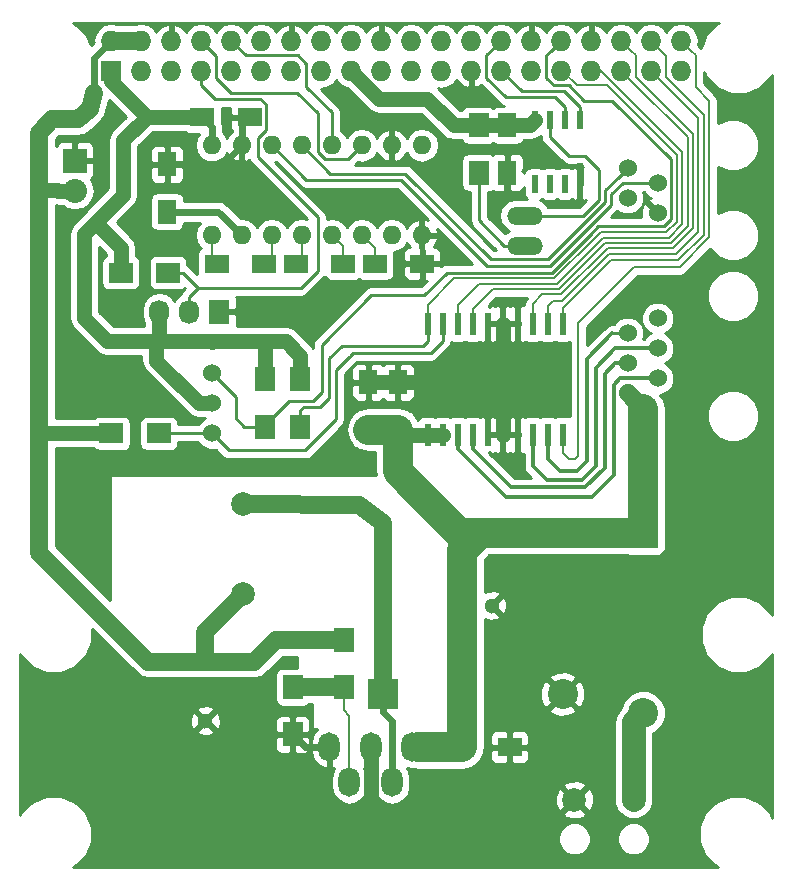
<source format=gtl>
G04 #@! TF.FileFunction,Copper,L1,Top,Signal*
%FSLAX46Y46*%
G04 Gerber Fmt 4.6, Leading zero omitted, Abs format (unit mm)*
G04 Created by KiCad (PCBNEW 4.0.2+dfsg1-2~bpo8+1-stable) date Sat 10 Dec 2016 13:59:47 GMT*
%MOMM*%
G01*
G04 APERTURE LIST*
%ADD10C,0.100000*%
%ADD11O,1.600000X1.600000*%
%ADD12R,1.600000X2.000000*%
%ADD13R,0.600000X1.950000*%
%ADD14R,1.300000X1.300000*%
%ADD15C,1.300000*%
%ADD16O,1.800860X2.499360*%
%ADD17R,2.000000X1.600000*%
%ADD18O,3.014980X1.506220*%
%ADD19C,1.998980*%
%ADD20R,2.032000X2.032000*%
%ADD21O,2.032000X2.032000*%
%ADD22R,1.727200X2.032000*%
%ADD23O,1.727200X2.032000*%
%ADD24C,1.524000*%
%ADD25R,2.000000X1.700000*%
%ADD26R,1.700000X2.000000*%
%ADD27R,0.600000X1.550000*%
%ADD28R,1.727200X1.727200*%
%ADD29O,1.727200X1.727200*%
%ADD30C,2.000000*%
%ADD31C,2.540000*%
%ADD32R,2.540000X2.540000*%
%ADD33C,0.762000*%
%ADD34C,1.270000*%
%ADD35C,0.609600*%
%ADD36C,0.203200*%
%ADD37C,0.254000*%
%ADD38C,2.540000*%
%ADD39C,1.540000*%
%ADD40C,1.274000*%
%ADD41C,0.762000*%
%ADD42C,0.304800*%
%ADD43C,1.524000*%
%ADD44C,2.032000*%
G04 APERTURE END LIST*
D10*
D11*
X135000000Y-73800000D03*
X137540000Y-73800000D03*
X140080000Y-73800000D03*
X142620000Y-73800000D03*
X145160000Y-73800000D03*
X147700000Y-73800000D03*
X150240000Y-73800000D03*
X152780000Y-73800000D03*
X152780000Y-66180000D03*
X150240000Y-66180000D03*
X147700000Y-66180000D03*
X145160000Y-66180000D03*
X142620000Y-66180000D03*
X140080000Y-66180000D03*
X137540000Y-66180000D03*
X135000000Y-66180000D03*
D12*
X150750000Y-90250000D03*
X150750000Y-86250000D03*
D13*
X153285000Y-90700000D03*
X154555000Y-90700000D03*
X155825000Y-90700000D03*
X157095000Y-90700000D03*
X158365000Y-90700000D03*
X159635000Y-90700000D03*
X160905000Y-90700000D03*
X162175000Y-90700000D03*
X163445000Y-90700000D03*
X164715000Y-90700000D03*
X164715000Y-81300000D03*
X163445000Y-81300000D03*
X162175000Y-81300000D03*
X160905000Y-81300000D03*
X159635000Y-81300000D03*
X158365000Y-81300000D03*
X157095000Y-81300000D03*
X155825000Y-81300000D03*
X154555000Y-81300000D03*
X153285000Y-81300000D03*
D12*
X160000000Y-68500000D03*
X160000000Y-64500000D03*
D14*
X134450000Y-109900000D03*
D15*
X134450000Y-114900000D03*
X158700000Y-105150000D03*
D14*
X156200000Y-105150000D03*
D16*
X148450000Y-117100160D03*
X151950120Y-117100160D03*
X144949880Y-117100160D03*
X146649140Y-120099900D03*
X150250860Y-120099900D03*
D17*
X135400000Y-76200000D03*
X139400000Y-76200000D03*
X142100000Y-76200000D03*
X146100000Y-76200000D03*
X138200000Y-63800000D03*
X134200000Y-63800000D03*
D12*
X131200000Y-67800000D03*
X131200000Y-71800000D03*
D17*
X152800000Y-76200000D03*
X148800000Y-76200000D03*
D12*
X148250000Y-90250000D03*
X148250000Y-86250000D03*
D18*
X161500000Y-74670000D03*
X161500000Y-72130000D03*
D19*
X137655000Y-96555000D03*
X137655000Y-104175000D03*
D20*
X123400000Y-67500000D03*
D21*
X123400000Y-70040000D03*
D22*
X135636000Y-80264000D03*
D23*
X133096000Y-80264000D03*
X130556000Y-80264000D03*
D24*
X135000000Y-88040000D03*
X135000000Y-90580000D03*
X135000000Y-85500000D03*
D25*
X127286000Y-76962000D03*
X131286000Y-76962000D03*
D26*
X157600000Y-64500000D03*
X157600000Y-68500000D03*
X139500000Y-86000000D03*
X139500000Y-90000000D03*
X142500000Y-90000000D03*
X142500000Y-86000000D03*
D25*
X126500000Y-90575000D03*
X130500000Y-90575000D03*
D26*
X146180000Y-108080000D03*
X146180000Y-112080000D03*
X141850000Y-112070000D03*
X141850000Y-116070000D03*
D27*
X162345000Y-69450000D03*
X163615000Y-69450000D03*
X164885000Y-69450000D03*
X166155000Y-69450000D03*
X166155000Y-64050000D03*
X164885000Y-64050000D03*
X163615000Y-64050000D03*
X162345000Y-64050000D03*
D28*
X126470000Y-59870000D03*
D29*
X126470000Y-57330000D03*
X129010000Y-59870000D03*
X129010000Y-57330000D03*
X131550000Y-59870000D03*
X131550000Y-57330000D03*
X134090000Y-59870000D03*
X134090000Y-57330000D03*
X136630000Y-59870000D03*
X136630000Y-57330000D03*
X139170000Y-59870000D03*
X139170000Y-57330000D03*
X141710000Y-59870000D03*
X141710000Y-57330000D03*
X144250000Y-59870000D03*
X144250000Y-57330000D03*
X146790000Y-59870000D03*
X146790000Y-57330000D03*
X149330000Y-59870000D03*
X149330000Y-57330000D03*
X151870000Y-59870000D03*
X151870000Y-57330000D03*
X154410000Y-59870000D03*
X154410000Y-57330000D03*
X156950000Y-59870000D03*
X156950000Y-57330000D03*
X159490000Y-59870000D03*
X159490000Y-57330000D03*
X162030000Y-59870000D03*
X162030000Y-57330000D03*
X164570000Y-59870000D03*
X164570000Y-57330000D03*
X167110000Y-59870000D03*
X167110000Y-57330000D03*
X169650000Y-59870000D03*
X169650000Y-57330000D03*
X172190000Y-59870000D03*
X172190000Y-57330000D03*
X174730000Y-59870000D03*
X174730000Y-57330000D03*
D17*
X156200000Y-117150000D03*
X160200000Y-117150000D03*
D24*
X170200000Y-84640000D03*
X170200000Y-82100000D03*
X170200000Y-87180000D03*
X172740000Y-80830000D03*
X172740000Y-83370000D03*
X172740000Y-85910000D03*
D30*
X165700000Y-121600000D03*
X170700000Y-121600000D03*
D24*
X172740000Y-69370000D03*
X172740000Y-71910000D03*
X170200000Y-70640000D03*
X170200000Y-68100000D03*
D31*
X171502960Y-114241220D03*
D32*
X171502960Y-99001220D03*
D31*
X164691220Y-112647040D03*
D32*
X149451220Y-112647040D03*
D33*
X156175000Y-83675000D03*
X155175000Y-88455000D03*
X164400000Y-88225000D03*
X164500000Y-83625000D03*
X159635000Y-83545000D03*
X159635000Y-88455000D03*
X154350000Y-86250000D03*
X160000000Y-70250000D03*
X166155000Y-68055000D03*
X120450000Y-65025000D03*
X124650000Y-63100000D03*
X123700000Y-64000000D03*
X121500000Y-64000000D03*
X125047599Y-61749601D03*
D34*
X148450000Y-119110000D02*
X148450000Y-121900000D01*
X148450000Y-117100160D02*
X148450000Y-119110000D01*
X148450000Y-119110000D02*
X148461420Y-119121420D01*
D35*
X144949880Y-117100160D02*
X142880160Y-117100160D01*
X142880160Y-117100160D02*
X141850000Y-116070000D01*
D34*
X154350000Y-86250000D02*
X154350000Y-85500000D01*
X154350000Y-85500000D02*
X156175000Y-83675000D01*
X159635000Y-88455000D02*
X155175000Y-88455000D01*
X155175000Y-88455000D02*
X154480000Y-88455000D01*
X164500000Y-83625000D02*
X164500000Y-88125000D01*
X164500000Y-88125000D02*
X164400000Y-88225000D01*
X159635000Y-81300000D02*
X159635000Y-83545000D01*
X159635000Y-83545000D02*
X159650000Y-83560000D01*
X159635000Y-90700000D02*
X159635000Y-88455000D01*
X159635000Y-88455000D02*
X159640000Y-88450000D01*
X150750000Y-86250000D02*
X154350000Y-86250000D01*
X148250000Y-86250000D02*
X150750000Y-86250000D01*
D35*
X160000000Y-68500000D02*
X160000000Y-70250000D01*
X166155000Y-69450000D02*
X166155000Y-68055000D01*
X131200000Y-67800000D02*
X135920000Y-67800000D01*
X135920000Y-67800000D02*
X137540000Y-66180000D01*
X137540000Y-66180000D02*
X137540000Y-64460000D01*
X137540000Y-64460000D02*
X138200000Y-63800000D01*
D36*
X152780000Y-73800000D02*
X152780000Y-76180000D01*
X152780000Y-76180000D02*
X152800000Y-76200000D01*
D34*
X135000000Y-88040000D02*
X133922370Y-88040000D01*
X133922370Y-88040000D02*
X130300000Y-84417630D01*
X130300000Y-84417630D02*
X130300000Y-82750000D01*
X128475000Y-82750000D02*
X130300000Y-82750000D01*
X130300000Y-82750000D02*
X132950000Y-82750000D01*
X130556000Y-82550000D02*
X130356000Y-82750000D01*
X130556000Y-80264000D02*
X130556000Y-82550000D01*
X130356000Y-82750000D02*
X130300000Y-82750000D01*
X132950000Y-82750000D02*
X135100000Y-82750000D01*
X135100000Y-82750000D02*
X137250000Y-82750000D01*
X135000000Y-82850000D02*
X135100000Y-82750000D01*
X137250000Y-82750000D02*
X139500000Y-82750000D01*
X139500000Y-82750000D02*
X141250000Y-82750000D01*
X139500000Y-86000000D02*
X139500000Y-83730000D01*
X139500000Y-83730000D02*
X139500000Y-82750000D01*
X124968000Y-72898000D02*
X124206000Y-73660000D01*
X124206000Y-73660000D02*
X124206000Y-80806000D01*
X126150000Y-82750000D02*
X128475000Y-82750000D01*
X124206000Y-80806000D02*
X126150000Y-82750000D01*
X146790000Y-59870000D02*
X149150000Y-62230000D01*
X149150000Y-62230000D02*
X153210000Y-62230000D01*
X157600000Y-64500000D02*
X155480000Y-64500000D01*
X155480000Y-64500000D02*
X153210000Y-62230000D01*
X130556000Y-80264000D02*
X130556000Y-80416400D01*
X129496000Y-63754000D02*
X127508000Y-65742000D01*
X127508000Y-65742000D02*
X127508000Y-70358000D01*
X127508000Y-70358000D02*
X124968000Y-72898000D01*
X127286000Y-76962000D02*
X127286000Y-74842000D01*
X127286000Y-74842000D02*
X125342000Y-72898000D01*
X125342000Y-72898000D02*
X124968000Y-72898000D01*
X160000000Y-64500000D02*
X161895000Y-64500000D01*
X161895000Y-64500000D02*
X162345000Y-64050000D01*
X157600000Y-64500000D02*
X160000000Y-64500000D01*
X126470000Y-59870000D02*
X126470000Y-60728000D01*
X126470000Y-60728000D02*
X129496000Y-63754000D01*
X134200000Y-63800000D02*
X132634000Y-63800000D01*
X132634000Y-63800000D02*
X132588000Y-63754000D01*
X132588000Y-63754000D02*
X129496000Y-63754000D01*
D35*
X135000000Y-66180000D02*
X135000000Y-64600000D01*
X135000000Y-64600000D02*
X134200000Y-63800000D01*
D34*
X142500000Y-86000000D02*
X142500000Y-84000000D01*
X142500000Y-84000000D02*
X141250000Y-82750000D01*
D37*
X134960000Y-88000000D02*
X135000000Y-88040000D01*
D36*
X135000000Y-73800000D02*
X135000000Y-75800000D01*
X135000000Y-75800000D02*
X135400000Y-76200000D01*
X140080000Y-73800000D02*
X140080000Y-75520000D01*
X140080000Y-75520000D02*
X139400000Y-76200000D01*
X142620000Y-73800000D02*
X142620000Y-75680000D01*
X142620000Y-75680000D02*
X142100000Y-76200000D01*
X145160000Y-73800000D02*
X146100000Y-74740000D01*
X146100000Y-74740000D02*
X146100000Y-76200000D01*
D35*
X131200000Y-71800000D02*
X135540000Y-71800000D01*
X135540000Y-71800000D02*
X137540000Y-73800000D01*
D36*
X147700000Y-73800000D02*
X148800000Y-74900000D01*
X148800000Y-74900000D02*
X148800000Y-76200000D01*
X148904317Y-76855601D02*
X148904317Y-76845683D01*
D38*
X171502960Y-99001220D02*
X171502960Y-88482960D01*
D39*
X171502960Y-88482960D02*
X170200000Y-87180000D01*
D40*
X154555000Y-90700000D02*
X153285000Y-90700000D01*
X153285000Y-90700000D02*
X151200000Y-90700000D01*
X151200000Y-90700000D02*
X150750000Y-90250000D01*
D38*
X156200000Y-105150000D02*
X156200000Y-100467000D01*
X156200000Y-100467000D02*
X157665780Y-99001220D01*
X157665780Y-99001220D02*
X171502960Y-99001220D01*
X156200000Y-117150000D02*
X156200000Y-108300000D01*
X156200000Y-108300000D02*
X156200000Y-106431402D01*
X156200000Y-105150000D02*
X156200000Y-108300000D01*
X156144999Y-106376401D02*
X156144999Y-103425000D01*
X156144999Y-103425000D02*
X156144999Y-100522001D01*
X156144999Y-100522001D02*
X157665780Y-99001220D01*
X156200000Y-103480001D02*
X156144999Y-103425000D01*
X156200000Y-105150000D02*
X156200000Y-103480001D01*
X150750000Y-93790000D02*
X151900000Y-94940000D01*
X151900000Y-94940000D02*
X155961220Y-99001220D01*
X155961220Y-99001220D02*
X157665780Y-99001220D01*
D41*
X152052000Y-94940000D02*
X151900000Y-94940000D01*
X151932000Y-93790000D02*
X150750000Y-93790000D01*
D38*
X150750000Y-90250000D02*
X150750000Y-93790000D01*
X148250000Y-90250000D02*
X150750000Y-90250000D01*
X157665780Y-99001220D02*
X171502960Y-99001220D01*
X156200000Y-106431402D02*
X156144999Y-106376401D01*
X156200000Y-117150000D02*
X152510510Y-117150000D01*
X152510510Y-117150000D02*
X152460670Y-117100160D01*
D42*
X171500000Y-98998260D02*
X171502960Y-99001220D01*
X151999960Y-117150000D02*
X151950120Y-117100160D01*
D34*
X126500000Y-90575000D02*
X120421000Y-90575000D01*
X120421000Y-90575000D02*
X120396000Y-90600000D01*
D43*
X120396000Y-92500000D02*
X120396000Y-90600000D01*
X120396000Y-90600000D02*
X120396000Y-88200000D01*
X134450000Y-109900000D02*
X138590000Y-109900000D01*
X138590000Y-109900000D02*
X140410000Y-108080000D01*
X140410000Y-108080000D02*
X146180000Y-108080000D01*
X120396000Y-71204000D02*
X120396000Y-70000000D01*
X120396000Y-70000000D02*
X120396000Y-65104000D01*
D34*
X121963160Y-70040000D02*
X121923160Y-70000000D01*
X123400000Y-70040000D02*
X121963160Y-70040000D01*
X121923160Y-70000000D02*
X120396000Y-70000000D01*
D43*
X120396000Y-88200000D02*
X120396000Y-71204000D01*
D35*
X125047599Y-61749601D02*
X125047599Y-58752401D01*
X125047599Y-58752401D02*
X126470000Y-57330000D01*
D43*
X120450000Y-65025000D02*
X120475000Y-65025000D01*
X120475000Y-65025000D02*
X121500000Y-64000000D01*
D34*
X120462500Y-65037500D02*
X120396000Y-65104000D01*
X120450000Y-65025000D02*
X120462500Y-65037500D01*
D43*
X123700000Y-64000000D02*
X124650000Y-63100000D01*
X121500000Y-64000000D02*
X123700000Y-64000000D01*
X124650000Y-63100000D02*
X125047599Y-61749601D01*
X120396000Y-100690238D02*
X120396000Y-92500000D01*
X129010000Y-57330000D02*
X126470000Y-57330000D01*
D36*
X129010000Y-57330000D02*
X128682000Y-57658000D01*
X128682000Y-57658000D02*
X128651000Y-57658000D01*
D43*
X129605762Y-109900000D02*
X120396000Y-100690238D01*
X134450000Y-109900000D02*
X134450000Y-107380000D01*
X134450000Y-107380000D02*
X137655000Y-104175000D01*
X134450000Y-109900000D02*
X129605762Y-109900000D01*
D37*
X129010000Y-57330000D02*
X129010000Y-57790000D01*
D36*
X126470000Y-57330000D02*
X126170000Y-57330000D01*
X129010000Y-57330000D02*
X128920000Y-57330000D01*
D44*
X170700000Y-115044180D02*
X171502960Y-114241220D01*
X170700000Y-121600000D02*
X170700000Y-115044180D01*
D43*
X149451220Y-112647040D02*
X149450000Y-98150000D01*
X149450000Y-98150000D02*
X147450229Y-96598677D01*
X147450229Y-96598677D02*
X137655000Y-96555000D01*
D35*
X150250860Y-120099900D02*
X150250860Y-114950860D01*
X150250860Y-114950860D02*
X149451220Y-114151220D01*
X149451220Y-114151220D02*
X149451220Y-112647040D01*
D42*
X150200000Y-120150000D02*
X150250860Y-120099900D01*
X149151640Y-112349900D02*
X149452960Y-112651220D01*
D37*
X134090000Y-57330000D02*
X135385399Y-58625399D01*
X146518999Y-67361001D02*
X147700000Y-66180000D01*
X135385399Y-58625399D02*
X135385399Y-60467409D01*
X135385399Y-60467409D02*
X136639990Y-61722000D01*
X136639990Y-61722000D02*
X142240000Y-61722000D01*
X142240000Y-61722000D02*
X143978999Y-63460999D01*
X143978999Y-63460999D02*
X143978999Y-66746881D01*
X143978999Y-66746881D02*
X144593119Y-67361001D01*
X144593119Y-67361001D02*
X146518999Y-67361001D01*
X145160000Y-66180000D02*
X145160000Y-63372000D01*
X143005399Y-59272591D02*
X142307409Y-58574601D01*
X142307409Y-58574601D02*
X137874601Y-58574601D01*
X137874601Y-58574601D02*
X136630000Y-57330000D01*
X145160000Y-63372000D02*
X143005399Y-61217399D01*
X143005399Y-61217399D02*
X143005399Y-59272591D01*
D36*
X164715000Y-90700000D02*
X164715000Y-92215000D01*
X164715000Y-92215000D02*
X165225000Y-92725000D01*
X166025000Y-92475000D02*
X166025000Y-81225000D01*
X165225000Y-92725000D02*
X165775000Y-92725000D01*
X165775000Y-92725000D02*
X166025000Y-92475000D01*
X166025000Y-81225000D02*
X170750000Y-76500000D01*
X175949201Y-61249201D02*
X175949201Y-58549201D01*
X170750000Y-76500000D02*
X174600000Y-76500000D01*
X174600000Y-76500000D02*
X177119399Y-73980601D01*
X177119399Y-73980601D02*
X177119399Y-72859311D01*
X177119399Y-72859311D02*
X177108878Y-72848790D01*
X175949201Y-58549201D02*
X175593599Y-58193599D01*
X175593599Y-58193599D02*
X174730000Y-57330000D01*
X177108878Y-72848790D02*
X177108878Y-62408878D01*
X177108878Y-62408878D02*
X175949201Y-61249201D01*
X175260000Y-57860000D02*
X174730000Y-57330000D01*
X162175000Y-81300000D02*
X162175000Y-79625000D01*
X162175000Y-79625000D02*
X162989422Y-78810578D01*
X174056691Y-74907245D02*
X175737245Y-73226691D01*
X162989422Y-78810578D02*
X164561709Y-78810578D01*
X164561709Y-78810578D02*
X168330869Y-75075945D01*
X168330869Y-75075945D02*
X168499570Y-74907245D01*
X168499570Y-74907245D02*
X174056691Y-74907245D01*
X175737245Y-65221663D02*
X170900000Y-60384418D01*
X175737245Y-73226691D02*
X175737245Y-65221663D01*
X170900000Y-60384418D02*
X170900000Y-58580000D01*
X170900000Y-58580000D02*
X170513599Y-58193599D01*
X170513599Y-58193599D02*
X169650000Y-57330000D01*
X174300000Y-75400000D02*
X176194456Y-73505544D01*
X176194456Y-73505544D02*
X176194456Y-63874456D01*
X164614081Y-79403407D02*
X164732040Y-79285448D01*
X163846593Y-79403407D02*
X164614081Y-79403407D01*
X168653407Y-75400000D02*
X174300000Y-75400000D01*
X163445000Y-79805000D02*
X163846593Y-79403407D01*
X163445000Y-81300000D02*
X163445000Y-79805000D01*
X164732040Y-79285448D02*
X168653407Y-75400000D01*
X176194456Y-63874456D02*
X173053599Y-60733599D01*
X173053599Y-60733599D02*
X172190000Y-59870000D01*
X163445000Y-81300000D02*
X163445000Y-80625000D01*
X157095000Y-81300000D02*
X157095000Y-80030000D01*
X168008321Y-74751900D02*
X168310188Y-74450034D01*
X175280034Y-65500034D02*
X170513599Y-60733599D01*
X157095000Y-80030000D02*
X158771633Y-78353367D01*
X158771633Y-78353367D02*
X164373556Y-78353367D01*
X164373556Y-78353367D02*
X168008321Y-74751900D01*
X168310188Y-74450034D02*
X173867309Y-74450034D01*
X170513599Y-60733599D02*
X169650000Y-59870000D01*
X173867309Y-74450034D02*
X175280034Y-73037309D01*
X175280034Y-73037309D02*
X175280034Y-65500034D01*
D37*
X168952010Y-59870000D02*
X169650000Y-59870000D01*
D36*
X155825000Y-81300000D02*
X155825000Y-79725000D01*
X155825000Y-79725000D02*
X157653844Y-77896156D01*
X157653844Y-77896156D02*
X164185404Y-77896156D01*
X164185404Y-77896156D02*
X167685704Y-74427924D01*
X167685704Y-74427924D02*
X168120806Y-73992823D01*
X168120806Y-73992823D02*
X173677927Y-73992823D01*
X173677927Y-73992823D02*
X174822823Y-72847927D01*
X174822823Y-72847927D02*
X174822823Y-66779638D01*
X174822823Y-66779638D02*
X167913185Y-59870000D01*
X167913185Y-59870000D02*
X167110000Y-59870000D01*
D37*
X166155000Y-64050000D02*
X166155000Y-62955000D01*
X166155000Y-62955000D02*
X164822611Y-61622611D01*
X164822611Y-61622611D02*
X161242611Y-61622611D01*
X161242611Y-61622611D02*
X159490000Y-59870000D01*
X164885000Y-64050000D02*
X164885000Y-62935000D01*
X164885000Y-62935000D02*
X164080621Y-62130621D01*
X164080621Y-62130621D02*
X159908611Y-62130621D01*
X159908611Y-62130621D02*
X158245399Y-60467409D01*
X158245399Y-60467409D02*
X158245399Y-58574601D01*
X158245399Y-58574601D02*
X159490000Y-57330000D01*
X131286000Y-76962000D02*
X132540000Y-76962000D01*
X132540000Y-76962000D02*
X133810000Y-78232000D01*
X133810000Y-78232000D02*
X133858000Y-78232000D01*
X131436000Y-76962000D02*
X131286000Y-76962000D01*
X133096000Y-80264000D02*
X133096000Y-78994000D01*
X133096000Y-78994000D02*
X133858000Y-78232000D01*
X142553802Y-78232000D02*
X143978999Y-76806803D01*
X139581001Y-64904801D02*
X139581001Y-62695199D01*
X133858000Y-78232000D02*
X142553802Y-78232000D01*
X143978999Y-72297433D02*
X138898999Y-67217433D01*
X143978999Y-76806803D02*
X143978999Y-72297433D01*
X138898999Y-65586803D02*
X139581001Y-64904801D01*
X138898999Y-67217433D02*
X138898999Y-65586803D01*
X139581001Y-62695199D02*
X139115812Y-62230010D01*
X139115812Y-62230010D02*
X135228696Y-62230010D01*
X135228696Y-62230010D02*
X134090000Y-61091314D01*
X134090000Y-61091314D02*
X134090000Y-59870000D01*
X134090000Y-59870000D02*
X133392010Y-59870000D01*
D36*
X172190000Y-57330000D02*
X173450000Y-58590000D01*
X164700000Y-80000000D02*
X164700000Y-81300000D01*
X164700000Y-81300000D02*
X164715000Y-81300000D01*
X173450000Y-58590000D02*
X173450000Y-60394418D01*
X173450000Y-60394418D02*
X176651667Y-63596085D01*
X176651667Y-63596085D02*
X176651667Y-73748333D01*
X176651667Y-73748333D02*
X174500000Y-75900000D01*
X174500000Y-75900000D02*
X168800000Y-75900000D01*
X168800000Y-75900000D02*
X164700000Y-80000000D01*
D37*
X171492010Y-57330000D02*
X172190000Y-57330000D01*
X137000000Y-87500000D02*
X135000000Y-85500000D01*
X137000000Y-89300000D02*
X137000000Y-87500000D01*
X137700000Y-90000000D02*
X137000000Y-89300000D01*
X139500000Y-90000000D02*
X137700000Y-90000000D01*
X141508010Y-87841990D02*
X143558010Y-87841990D01*
X139500000Y-90000000D02*
X139500000Y-89850000D01*
X154943665Y-76956335D02*
X163798649Y-76956335D01*
X167022637Y-73761884D02*
X167731520Y-73053001D01*
X143558010Y-87841990D02*
X144300000Y-87100000D01*
X144300000Y-87100000D02*
X144300000Y-83100000D01*
X163972591Y-61114601D02*
X163325399Y-60467409D01*
X144300000Y-83100000D02*
X148500000Y-78900000D01*
X139500000Y-89850000D02*
X141508010Y-87841990D01*
X148500000Y-78900000D02*
X153000000Y-78900000D01*
X153000000Y-78900000D02*
X154943665Y-76956335D01*
X166500000Y-62400000D02*
X165214601Y-61114601D01*
X163798649Y-76956335D02*
X167022637Y-73761884D01*
X167731520Y-73053001D02*
X173288641Y-73053001D01*
X173288641Y-73053001D02*
X173883001Y-72458641D01*
X173883001Y-72458641D02*
X173883001Y-67383001D01*
X165214601Y-61114601D02*
X163972591Y-61114601D01*
X173883001Y-67383001D02*
X168900000Y-62400000D01*
X163325399Y-60467409D02*
X163325399Y-58574601D01*
X163325399Y-58574601D02*
X163706401Y-58193599D01*
X163706401Y-58193599D02*
X164570000Y-57330000D01*
X168900000Y-62400000D02*
X166500000Y-62400000D01*
D36*
X139500000Y-90000000D02*
X139500000Y-89900000D01*
D37*
X142500000Y-90000000D02*
X142500000Y-88625000D01*
X153285000Y-82740000D02*
X153285000Y-81300000D01*
X142500000Y-88625000D02*
X142775000Y-88350000D01*
X145975000Y-83150000D02*
X152875000Y-83150000D01*
X142775000Y-88350000D02*
X144150000Y-88350000D01*
X144150000Y-88350000D02*
X144900000Y-87600000D01*
X144900000Y-87600000D02*
X144900000Y-84225000D01*
X144900000Y-84225000D02*
X145975000Y-83150000D01*
X152875000Y-83150000D02*
X153285000Y-82740000D01*
D36*
X153285000Y-81300000D02*
X153285000Y-79665000D01*
X153285000Y-79665000D02*
X155511055Y-77438945D01*
X155511055Y-77438945D02*
X163997253Y-77438945D01*
X163997253Y-77438945D02*
X167363086Y-74103949D01*
X167363086Y-74103949D02*
X167931424Y-73535612D01*
X167931424Y-73535612D02*
X173488545Y-73535612D01*
X173488545Y-73535612D02*
X174365612Y-72658545D01*
X174365612Y-72658545D02*
X174365612Y-67036622D01*
X174365612Y-67036622D02*
X168418191Y-61089201D01*
X168418191Y-61089201D02*
X165871715Y-61089201D01*
X165871715Y-61089201D02*
X164652514Y-59870000D01*
X164652514Y-59870000D02*
X164570000Y-59870000D01*
D37*
X161500000Y-74670000D02*
X159738510Y-74670000D01*
X159738510Y-74670000D02*
X157600000Y-72531490D01*
X157600000Y-72531490D02*
X157600000Y-68500000D01*
X161500000Y-72130000D02*
X166420000Y-72130000D01*
X166420000Y-72130000D02*
X167750000Y-70800000D01*
X167750000Y-70800000D02*
X167750000Y-68250000D01*
X166600000Y-67100000D02*
X165250000Y-67100000D01*
X167750000Y-68250000D02*
X166600000Y-67100000D01*
X165250000Y-67100000D02*
X163600000Y-65450000D01*
X163600000Y-65450000D02*
X163600000Y-64050000D01*
X163600000Y-64050000D02*
X163615000Y-64050000D01*
X169438001Y-68861999D02*
X170200000Y-68100000D01*
X168291989Y-70008011D02*
X169438001Y-68861999D01*
X163477444Y-75804120D02*
X168291989Y-70989575D01*
X158604120Y-75804120D02*
X163477444Y-75804120D01*
X168291989Y-70989575D02*
X168291989Y-70008011D01*
X142620000Y-66180000D02*
X145031989Y-68591989D01*
X145031989Y-68591989D02*
X151391990Y-68591990D01*
X151391990Y-68591990D02*
X158604120Y-75804120D01*
X169778358Y-69370000D02*
X168800000Y-70348358D01*
X172740000Y-69370000D02*
X169778358Y-69370000D01*
X168800000Y-70348358D02*
X168800000Y-71200000D01*
X168800000Y-71200000D02*
X163600000Y-76400000D01*
X151000000Y-69100000D02*
X143000000Y-69100000D01*
X158300000Y-76400000D02*
X151000000Y-69100000D01*
X163600000Y-76400000D02*
X158300000Y-76400000D01*
X143000000Y-69100000D02*
X140080000Y-66180000D01*
D42*
X162175000Y-90700000D02*
X162175000Y-93375000D01*
X162175000Y-93375000D02*
X163350000Y-94550000D01*
X163350000Y-94550000D02*
X166300000Y-94550000D01*
X166300000Y-94550000D02*
X167500000Y-93350000D01*
X167500000Y-93350000D02*
X167500000Y-85000000D01*
X167500000Y-85000000D02*
X169130000Y-83370000D01*
X169130000Y-83370000D02*
X171662370Y-83370000D01*
X171662370Y-83370000D02*
X172740000Y-83370000D01*
X159896000Y-96000000D02*
X167150000Y-96000000D01*
X155825000Y-90700000D02*
X155825000Y-91929000D01*
X169031599Y-94118401D02*
X169031599Y-87675293D01*
X155825000Y-91929000D02*
X159896000Y-96000000D01*
X167150000Y-96000000D02*
X169031599Y-94118401D01*
X169590000Y-85910000D02*
X171662370Y-85910000D01*
X169031599Y-87675293D02*
X169023592Y-87667286D01*
X169023592Y-87667286D02*
X169023592Y-86476408D01*
X169023592Y-86476408D02*
X169590000Y-85910000D01*
X171662370Y-85910000D02*
X172740000Y-85910000D01*
X170200000Y-84640000D02*
X169122370Y-84640000D01*
X169122370Y-84640000D02*
X168250000Y-85512370D01*
X160316000Y-95150000D02*
X157095000Y-91929000D01*
X168250000Y-85512370D02*
X168250000Y-93500000D01*
X168250000Y-93500000D02*
X166600000Y-95150000D01*
X166600000Y-95150000D02*
X160316000Y-95150000D01*
X157095000Y-91929000D02*
X157095000Y-90700000D01*
X163445000Y-90700000D02*
X163445000Y-92745000D01*
X163445000Y-92745000D02*
X164450000Y-93750000D01*
X164450000Y-93750000D02*
X165950000Y-93750000D01*
X165950000Y-93750000D02*
X166750000Y-92950000D01*
X166750000Y-92950000D02*
X166750000Y-84250000D01*
X166750000Y-84250000D02*
X168900000Y-82100000D01*
D37*
X168900000Y-82100000D02*
X170200000Y-82100000D01*
D36*
X146180000Y-112080000D02*
X146180000Y-114020000D01*
X146180000Y-114020000D02*
X146649140Y-114489140D01*
X146649140Y-114489140D02*
X146649140Y-120099900D01*
D43*
X146180000Y-112080000D02*
X141860000Y-112080000D01*
D36*
X141860000Y-112080000D02*
X141850000Y-112070000D01*
D37*
X135000000Y-90580000D02*
X136420000Y-92000000D01*
X136420000Y-92000000D02*
X142900000Y-92000000D01*
X145500000Y-89400000D02*
X145500000Y-85200000D01*
X142900000Y-92000000D02*
X145500000Y-89400000D01*
X146617390Y-84082610D02*
X146689381Y-84082610D01*
X145500000Y-85200000D02*
X146617390Y-84082610D01*
X146689381Y-84082610D02*
X146689381Y-84035619D01*
X146689381Y-84035619D02*
X146975000Y-83750000D01*
X154555000Y-82720000D02*
X154555000Y-81300000D01*
X146975000Y-83750000D02*
X153525000Y-83750000D01*
X153525000Y-83750000D02*
X154555000Y-82720000D01*
X130500000Y-90575000D02*
X134995000Y-90575000D01*
X134995000Y-90575000D02*
X135000000Y-90580000D01*
X154555000Y-81975000D02*
X154555000Y-81300000D01*
G36*
X176872687Y-60435561D02*
X177779664Y-61344123D01*
X178965294Y-61836439D01*
X180249074Y-61837559D01*
X181435561Y-61347313D01*
X182344123Y-60440336D01*
X182415000Y-60269645D01*
X182415000Y-105948254D01*
X182347313Y-105784439D01*
X181440336Y-104875877D01*
X180254706Y-104383561D01*
X178970926Y-104382441D01*
X177784439Y-104872687D01*
X176875877Y-105779664D01*
X176383561Y-106965294D01*
X176382441Y-108249074D01*
X176872687Y-109435561D01*
X177779664Y-110344123D01*
X178965294Y-110836439D01*
X180249074Y-110837559D01*
X181435561Y-110347313D01*
X182344123Y-109440336D01*
X182415000Y-109269645D01*
X182415000Y-123104475D01*
X182237313Y-122674439D01*
X181330336Y-121765877D01*
X180144706Y-121273561D01*
X178860926Y-121272441D01*
X177674439Y-121762687D01*
X176765877Y-122669664D01*
X176273561Y-123855294D01*
X176272441Y-125139074D01*
X176762687Y-126325561D01*
X177669664Y-127234123D01*
X177864438Y-127315000D01*
X123247544Y-127315000D01*
X123435561Y-127237313D01*
X124344123Y-126330336D01*
X124824156Y-125174285D01*
X164314760Y-125174285D01*
X164525169Y-125683515D01*
X164914436Y-126073461D01*
X165423298Y-126284759D01*
X165974285Y-126285240D01*
X166483515Y-126074831D01*
X166873461Y-125685564D01*
X167084759Y-125176702D01*
X167084761Y-125174285D01*
X169314760Y-125174285D01*
X169525169Y-125683515D01*
X169914436Y-126073461D01*
X170423298Y-126284759D01*
X170974285Y-126285240D01*
X171483515Y-126074831D01*
X171873461Y-125685564D01*
X172084759Y-125176702D01*
X172085240Y-124625715D01*
X171874831Y-124116485D01*
X171485564Y-123726539D01*
X170976702Y-123515241D01*
X170425715Y-123514760D01*
X169916485Y-123725169D01*
X169526539Y-124114436D01*
X169315241Y-124623298D01*
X169314760Y-125174285D01*
X167084761Y-125174285D01*
X167085240Y-124625715D01*
X166874831Y-124116485D01*
X166485564Y-123726539D01*
X165976702Y-123515241D01*
X165425715Y-123514760D01*
X164916485Y-123725169D01*
X164526539Y-124114436D01*
X164315241Y-124623298D01*
X164314760Y-125174285D01*
X124824156Y-125174285D01*
X124836439Y-125144706D01*
X124837559Y-123860926D01*
X124379581Y-122752532D01*
X164727073Y-122752532D01*
X164825736Y-123019387D01*
X165435461Y-123245908D01*
X166085460Y-123221856D01*
X166574264Y-123019387D01*
X166672927Y-122752532D01*
X165700000Y-121779605D01*
X164727073Y-122752532D01*
X124379581Y-122752532D01*
X124347313Y-122674439D01*
X123440336Y-121765877D01*
X122254706Y-121273561D01*
X120970926Y-121272441D01*
X119784439Y-121762687D01*
X118875877Y-122669664D01*
X118785000Y-122888520D01*
X118785000Y-116355750D01*
X140365000Y-116355750D01*
X140365000Y-117196309D01*
X140461673Y-117429698D01*
X140640301Y-117608327D01*
X140873690Y-117705000D01*
X141564250Y-117705000D01*
X141723000Y-117546250D01*
X141723000Y-116197000D01*
X141977000Y-116197000D01*
X141977000Y-117546250D01*
X142135750Y-117705000D01*
X142826310Y-117705000D01*
X143059699Y-117608327D01*
X143238327Y-117429698D01*
X143322221Y-117227160D01*
X143414450Y-117227160D01*
X143414450Y-117576410D01*
X143579928Y-118154326D01*
X143953969Y-118624925D01*
X144479628Y-118916563D01*
X144585072Y-118940873D01*
X144822880Y-118820220D01*
X144822880Y-117227160D01*
X143414450Y-117227160D01*
X143322221Y-117227160D01*
X143335000Y-117196309D01*
X143335000Y-116355750D01*
X143176250Y-116197000D01*
X141977000Y-116197000D01*
X141723000Y-116197000D01*
X140523750Y-116197000D01*
X140365000Y-116355750D01*
X118785000Y-116355750D01*
X118785000Y-115799016D01*
X133730590Y-115799016D01*
X133786271Y-116029611D01*
X134269078Y-116197622D01*
X134779428Y-116168083D01*
X135113729Y-116029611D01*
X135169410Y-115799016D01*
X134450000Y-115079605D01*
X133730590Y-115799016D01*
X118785000Y-115799016D01*
X118785000Y-114719078D01*
X133152378Y-114719078D01*
X133181917Y-115229428D01*
X133320389Y-115563729D01*
X133550984Y-115619410D01*
X134270395Y-114900000D01*
X134629605Y-114900000D01*
X135349016Y-115619410D01*
X135579611Y-115563729D01*
X135747622Y-115080922D01*
X135739680Y-114943691D01*
X140365000Y-114943691D01*
X140365000Y-115784250D01*
X140523750Y-115943000D01*
X141723000Y-115943000D01*
X141723000Y-114593750D01*
X141977000Y-114593750D01*
X141977000Y-115943000D01*
X143176250Y-115943000D01*
X143335000Y-115784250D01*
X143335000Y-114943691D01*
X143238327Y-114710302D01*
X143059699Y-114531673D01*
X142826310Y-114435000D01*
X142135750Y-114435000D01*
X141977000Y-114593750D01*
X141723000Y-114593750D01*
X141564250Y-114435000D01*
X140873690Y-114435000D01*
X140640301Y-114531673D01*
X140461673Y-114710302D01*
X140365000Y-114943691D01*
X135739680Y-114943691D01*
X135718083Y-114570572D01*
X135579611Y-114236271D01*
X135349016Y-114180590D01*
X134629605Y-114900000D01*
X134270395Y-114900000D01*
X133550984Y-114180590D01*
X133320389Y-114236271D01*
X133152378Y-114719078D01*
X118785000Y-114719078D01*
X118785000Y-114000984D01*
X133730590Y-114000984D01*
X134450000Y-114720395D01*
X135169410Y-114000984D01*
X135113729Y-113770389D01*
X134630922Y-113602378D01*
X134120572Y-113631917D01*
X133786271Y-113770389D01*
X133730590Y-114000984D01*
X118785000Y-114000984D01*
X118785000Y-109233342D01*
X118872687Y-109445561D01*
X119779664Y-110354123D01*
X120965294Y-110846439D01*
X122249074Y-110847559D01*
X123435561Y-110357313D01*
X124344123Y-109450336D01*
X124836439Y-108264706D01*
X124837449Y-107107343D01*
X128617934Y-110887828D01*
X129071153Y-111190660D01*
X129605762Y-111297000D01*
X138590000Y-111297000D01*
X139124609Y-111190660D01*
X139577828Y-110887828D01*
X140988656Y-109477000D01*
X142201004Y-109477000D01*
X142209086Y-110422560D01*
X141000000Y-110422560D01*
X140764683Y-110466838D01*
X140548559Y-110605910D01*
X140403569Y-110818110D01*
X140352560Y-111070000D01*
X140352560Y-113070000D01*
X140396838Y-113305317D01*
X140535910Y-113521441D01*
X140748110Y-113666431D01*
X141000000Y-113717440D01*
X142700000Y-113717440D01*
X142935317Y-113673162D01*
X143151441Y-113534090D01*
X143190449Y-113477000D01*
X143473000Y-113477000D01*
X143473000Y-115500000D01*
X143482717Y-115548720D01*
X143510912Y-115590511D01*
X143553144Y-115618040D01*
X143602760Y-115626970D01*
X143918431Y-115620108D01*
X143579928Y-116045994D01*
X143414450Y-116623910D01*
X143414450Y-116973160D01*
X144822880Y-116973160D01*
X144822880Y-116953160D01*
X145076880Y-116953160D01*
X145076880Y-116973160D01*
X145096880Y-116973160D01*
X145096880Y-117227160D01*
X145076880Y-117227160D01*
X145076880Y-118820220D01*
X145314688Y-118940873D01*
X145361610Y-118930055D01*
X145230588Y-119126143D01*
X145113710Y-119713727D01*
X145113710Y-120486073D01*
X145230588Y-121073657D01*
X145563427Y-121571786D01*
X146061556Y-121904625D01*
X146649140Y-122021503D01*
X147236724Y-121904625D01*
X147734853Y-121571786D01*
X148067692Y-121073657D01*
X148184570Y-120486073D01*
X148184570Y-119713727D01*
X148067692Y-119126143D01*
X147896968Y-118870636D01*
X147979748Y-118916563D01*
X148085192Y-118940873D01*
X148323000Y-118820220D01*
X148323000Y-117227160D01*
X148303000Y-117227160D01*
X148303000Y-116973160D01*
X148323000Y-116973160D01*
X148323000Y-116953160D01*
X148577000Y-116953160D01*
X148577000Y-116973160D01*
X148597000Y-116973160D01*
X148597000Y-117227160D01*
X148577000Y-117227160D01*
X148577000Y-118820220D01*
X148814808Y-118940873D01*
X148920252Y-118916563D01*
X149003032Y-118870636D01*
X148832308Y-119126143D01*
X148715430Y-119713727D01*
X148715430Y-120486073D01*
X148832308Y-121073657D01*
X149165147Y-121571786D01*
X149663276Y-121904625D01*
X150250860Y-122021503D01*
X150838444Y-121904625D01*
X151336573Y-121571786D01*
X151494480Y-121335461D01*
X164054092Y-121335461D01*
X164078144Y-121985460D01*
X164280613Y-122474264D01*
X164547468Y-122572927D01*
X165520395Y-121600000D01*
X165879605Y-121600000D01*
X166852532Y-122572927D01*
X167119387Y-122474264D01*
X167345908Y-121864539D01*
X167321856Y-121214540D01*
X167119387Y-120725736D01*
X166852532Y-120627073D01*
X165879605Y-121600000D01*
X165520395Y-121600000D01*
X164547468Y-120627073D01*
X164280613Y-120725736D01*
X164054092Y-121335461D01*
X151494480Y-121335461D01*
X151669412Y-121073657D01*
X151786290Y-120486073D01*
X151786290Y-120447468D01*
X164727073Y-120447468D01*
X165700000Y-121420395D01*
X166672927Y-120447468D01*
X166574264Y-120180613D01*
X165964539Y-119954092D01*
X165314540Y-119978144D01*
X164825736Y-120180613D01*
X164727073Y-120447468D01*
X151786290Y-120447468D01*
X151786290Y-119713727D01*
X151669412Y-119126143D01*
X151545950Y-118941368D01*
X151950120Y-119021763D01*
X152146767Y-118982647D01*
X152510510Y-119055000D01*
X156200000Y-119055000D01*
X156929012Y-118909991D01*
X157547038Y-118497038D01*
X157565519Y-118469379D01*
X157651441Y-118414090D01*
X157796431Y-118201890D01*
X157819123Y-118089836D01*
X157959991Y-117879012D01*
X158048160Y-117435750D01*
X158565000Y-117435750D01*
X158565000Y-118076310D01*
X158661673Y-118309699D01*
X158840302Y-118488327D01*
X159073691Y-118585000D01*
X159914250Y-118585000D01*
X160073000Y-118426250D01*
X160073000Y-117277000D01*
X160327000Y-117277000D01*
X160327000Y-118426250D01*
X160485750Y-118585000D01*
X161326309Y-118585000D01*
X161559698Y-118488327D01*
X161738327Y-118309699D01*
X161835000Y-118076310D01*
X161835000Y-117435750D01*
X161676250Y-117277000D01*
X160327000Y-117277000D01*
X160073000Y-117277000D01*
X158723750Y-117277000D01*
X158565000Y-117435750D01*
X158048160Y-117435750D01*
X158105000Y-117150000D01*
X158105000Y-116223690D01*
X158565000Y-116223690D01*
X158565000Y-116864250D01*
X158723750Y-117023000D01*
X160073000Y-117023000D01*
X160073000Y-115873750D01*
X160327000Y-115873750D01*
X160327000Y-117023000D01*
X161676250Y-117023000D01*
X161835000Y-116864250D01*
X161835000Y-116223690D01*
X161738327Y-115990301D01*
X161559698Y-115811673D01*
X161326309Y-115715000D01*
X160485750Y-115715000D01*
X160327000Y-115873750D01*
X160073000Y-115873750D01*
X159914250Y-115715000D01*
X159073691Y-115715000D01*
X158840302Y-115811673D01*
X158661673Y-115990301D01*
X158565000Y-116223690D01*
X158105000Y-116223690D01*
X158105000Y-115044180D01*
X169049000Y-115044180D01*
X169049000Y-121600000D01*
X169064929Y-121680079D01*
X169064716Y-121923795D01*
X169158606Y-122151025D01*
X169174675Y-122231810D01*
X169220037Y-122299698D01*
X169313106Y-122524943D01*
X169486806Y-122698947D01*
X169532567Y-122767433D01*
X169600454Y-122812793D01*
X169772637Y-122985278D01*
X169999704Y-123079564D01*
X170068190Y-123125325D01*
X170148269Y-123141254D01*
X170373352Y-123234716D01*
X170619214Y-123234931D01*
X170700000Y-123251000D01*
X170780079Y-123235071D01*
X171023795Y-123235284D01*
X171251025Y-123141394D01*
X171331810Y-123125325D01*
X171399698Y-123079963D01*
X171624943Y-122986894D01*
X171798947Y-122813194D01*
X171867433Y-122767433D01*
X171912793Y-122699546D01*
X172085278Y-122527363D01*
X172179564Y-122300296D01*
X172225325Y-122231810D01*
X172241254Y-122151731D01*
X172334716Y-121926648D01*
X172334931Y-121680786D01*
X172351000Y-121600000D01*
X172351000Y-115952030D01*
X172580646Y-115857142D01*
X173116999Y-115321725D01*
X173407628Y-114621810D01*
X173408290Y-113863955D01*
X173118882Y-113163534D01*
X172583465Y-112627181D01*
X171883550Y-112336552D01*
X171125695Y-112335890D01*
X170425274Y-112625298D01*
X169888921Y-113160715D01*
X169633518Y-113775796D01*
X169532567Y-113876747D01*
X169174675Y-114412369D01*
X169055800Y-115009995D01*
X169049000Y-115044180D01*
X158105000Y-115044180D01*
X158105000Y-113994817D01*
X163523048Y-113994817D01*
X163654740Y-114289697D01*
X164362256Y-114561301D01*
X165119852Y-114541476D01*
X165727700Y-114289697D01*
X165859392Y-113994817D01*
X164691220Y-112826645D01*
X163523048Y-113994817D01*
X158105000Y-113994817D01*
X158105000Y-112318076D01*
X162776959Y-112318076D01*
X162796784Y-113075672D01*
X163048563Y-113683520D01*
X163343443Y-113815212D01*
X164511615Y-112647040D01*
X164870825Y-112647040D01*
X166038997Y-113815212D01*
X166333877Y-113683520D01*
X166605481Y-112976004D01*
X166585656Y-112218408D01*
X166333877Y-111610560D01*
X166038997Y-111478868D01*
X164870825Y-112647040D01*
X164511615Y-112647040D01*
X163343443Y-111478868D01*
X163048563Y-111610560D01*
X162776959Y-112318076D01*
X158105000Y-112318076D01*
X158105000Y-111299263D01*
X163523048Y-111299263D01*
X164691220Y-112467435D01*
X165859392Y-111299263D01*
X165727700Y-111004383D01*
X165020184Y-110732779D01*
X164262588Y-110752604D01*
X163654740Y-111004383D01*
X163523048Y-111299263D01*
X158105000Y-111299263D01*
X158105000Y-106303528D01*
X158519078Y-106447622D01*
X159029428Y-106418083D01*
X159363729Y-106279611D01*
X159419410Y-106049016D01*
X158700000Y-105329605D01*
X158685858Y-105343748D01*
X158506252Y-105164142D01*
X158520395Y-105150000D01*
X158879605Y-105150000D01*
X159599016Y-105869410D01*
X159829611Y-105813729D01*
X159997622Y-105330922D01*
X159968083Y-104820572D01*
X159829611Y-104486271D01*
X159599016Y-104430590D01*
X158879605Y-105150000D01*
X158520395Y-105150000D01*
X158506252Y-105135858D01*
X158685858Y-104956252D01*
X158700000Y-104970395D01*
X159419410Y-104250984D01*
X159363729Y-104020389D01*
X158880922Y-103852378D01*
X158370572Y-103881917D01*
X158105000Y-103991921D01*
X158105000Y-101256076D01*
X158454856Y-100906220D01*
X170171529Y-100906220D01*
X170232960Y-100918660D01*
X172772960Y-100918660D01*
X173008277Y-100874382D01*
X173224401Y-100735310D01*
X173369391Y-100523110D01*
X173420400Y-100271220D01*
X173420400Y-97731220D01*
X173407960Y-97665107D01*
X173407960Y-89517667D01*
X176889618Y-89517667D01*
X177225361Y-90330229D01*
X177846501Y-90952454D01*
X178658475Y-91289615D01*
X179537667Y-91290382D01*
X180350229Y-90954639D01*
X180972454Y-90333499D01*
X181309615Y-89521525D01*
X181310382Y-88642333D01*
X180974639Y-87829771D01*
X180353499Y-87207546D01*
X179541525Y-86870385D01*
X178662333Y-86869618D01*
X177849771Y-87205361D01*
X177227546Y-87826501D01*
X176890385Y-88638475D01*
X176889618Y-89517667D01*
X173407960Y-89517667D01*
X173407960Y-88482960D01*
X173262951Y-87753948D01*
X172964440Y-87307196D01*
X173016661Y-87307242D01*
X173530303Y-87095010D01*
X173923629Y-86702370D01*
X174136757Y-86189100D01*
X174137242Y-85633339D01*
X173925010Y-85119697D01*
X173532370Y-84726371D01*
X173324488Y-84640051D01*
X173530303Y-84555010D01*
X173923629Y-84162370D01*
X174136757Y-83649100D01*
X174137242Y-83093339D01*
X173925010Y-82579697D01*
X173532370Y-82186371D01*
X173324488Y-82100051D01*
X173530303Y-82015010D01*
X173923629Y-81622370D01*
X174136757Y-81109100D01*
X174137242Y-80553339D01*
X173925010Y-80039697D01*
X173532370Y-79646371D01*
X173019100Y-79433243D01*
X172463339Y-79432758D01*
X171949697Y-79644990D01*
X171556371Y-80037630D01*
X171343243Y-80550900D01*
X171342758Y-81106661D01*
X171554990Y-81620303D01*
X171947630Y-82013629D01*
X172155512Y-82099949D01*
X171949697Y-82184990D01*
X171556371Y-82577630D01*
X171554307Y-82582600D01*
X171512257Y-82582600D01*
X171596757Y-82379100D01*
X171597242Y-81823339D01*
X171385010Y-81309697D01*
X170992370Y-80916371D01*
X170479100Y-80703243D01*
X169923339Y-80702758D01*
X169409697Y-80914990D01*
X169016371Y-81307630D01*
X169005586Y-81333602D01*
X168900000Y-81312600D01*
X168598675Y-81372537D01*
X168343224Y-81543224D01*
X166761600Y-83124848D01*
X166761600Y-81530110D01*
X168934043Y-79357667D01*
X176889618Y-79357667D01*
X177225361Y-80170229D01*
X177846501Y-80792454D01*
X178658475Y-81129615D01*
X179537667Y-81130382D01*
X180350229Y-80794639D01*
X180972454Y-80173499D01*
X181309615Y-79361525D01*
X181310382Y-78482333D01*
X180974639Y-77669771D01*
X180353499Y-77047546D01*
X179541525Y-76710385D01*
X178662333Y-76709618D01*
X177849771Y-77045361D01*
X177227546Y-77666501D01*
X176890385Y-78478475D01*
X176889618Y-79357667D01*
X168934043Y-79357667D01*
X171055110Y-77236600D01*
X174600000Y-77236600D01*
X174881885Y-77180530D01*
X175120855Y-77020855D01*
X177183293Y-74958417D01*
X177225361Y-75060229D01*
X177846501Y-75682454D01*
X178658475Y-76019615D01*
X179537667Y-76020382D01*
X180350229Y-75684639D01*
X180972454Y-75063499D01*
X181309615Y-74251525D01*
X181310382Y-73372333D01*
X180974639Y-72559771D01*
X180353499Y-71937546D01*
X179541525Y-71600385D01*
X178662333Y-71599618D01*
X177849771Y-71935361D01*
X177845478Y-71939647D01*
X177845478Y-68061429D01*
X177846501Y-68062454D01*
X178658475Y-68399615D01*
X179537667Y-68400382D01*
X180350229Y-68064639D01*
X180972454Y-67443499D01*
X181309615Y-66631525D01*
X181310382Y-65752333D01*
X180974639Y-64939771D01*
X180353499Y-64317546D01*
X179541525Y-63980385D01*
X178662333Y-63979618D01*
X177849771Y-64315361D01*
X177845478Y-64319647D01*
X177845478Y-62408878D01*
X177789408Y-62126993D01*
X177629733Y-61888023D01*
X176685801Y-60944091D01*
X176685801Y-59983262D01*
X176872687Y-60435561D01*
X176872687Y-60435561D01*
G37*
X176872687Y-60435561D02*
X177779664Y-61344123D01*
X178965294Y-61836439D01*
X180249074Y-61837559D01*
X181435561Y-61347313D01*
X182344123Y-60440336D01*
X182415000Y-60269645D01*
X182415000Y-105948254D01*
X182347313Y-105784439D01*
X181440336Y-104875877D01*
X180254706Y-104383561D01*
X178970926Y-104382441D01*
X177784439Y-104872687D01*
X176875877Y-105779664D01*
X176383561Y-106965294D01*
X176382441Y-108249074D01*
X176872687Y-109435561D01*
X177779664Y-110344123D01*
X178965294Y-110836439D01*
X180249074Y-110837559D01*
X181435561Y-110347313D01*
X182344123Y-109440336D01*
X182415000Y-109269645D01*
X182415000Y-123104475D01*
X182237313Y-122674439D01*
X181330336Y-121765877D01*
X180144706Y-121273561D01*
X178860926Y-121272441D01*
X177674439Y-121762687D01*
X176765877Y-122669664D01*
X176273561Y-123855294D01*
X176272441Y-125139074D01*
X176762687Y-126325561D01*
X177669664Y-127234123D01*
X177864438Y-127315000D01*
X123247544Y-127315000D01*
X123435561Y-127237313D01*
X124344123Y-126330336D01*
X124824156Y-125174285D01*
X164314760Y-125174285D01*
X164525169Y-125683515D01*
X164914436Y-126073461D01*
X165423298Y-126284759D01*
X165974285Y-126285240D01*
X166483515Y-126074831D01*
X166873461Y-125685564D01*
X167084759Y-125176702D01*
X167084761Y-125174285D01*
X169314760Y-125174285D01*
X169525169Y-125683515D01*
X169914436Y-126073461D01*
X170423298Y-126284759D01*
X170974285Y-126285240D01*
X171483515Y-126074831D01*
X171873461Y-125685564D01*
X172084759Y-125176702D01*
X172085240Y-124625715D01*
X171874831Y-124116485D01*
X171485564Y-123726539D01*
X170976702Y-123515241D01*
X170425715Y-123514760D01*
X169916485Y-123725169D01*
X169526539Y-124114436D01*
X169315241Y-124623298D01*
X169314760Y-125174285D01*
X167084761Y-125174285D01*
X167085240Y-124625715D01*
X166874831Y-124116485D01*
X166485564Y-123726539D01*
X165976702Y-123515241D01*
X165425715Y-123514760D01*
X164916485Y-123725169D01*
X164526539Y-124114436D01*
X164315241Y-124623298D01*
X164314760Y-125174285D01*
X124824156Y-125174285D01*
X124836439Y-125144706D01*
X124837559Y-123860926D01*
X124379581Y-122752532D01*
X164727073Y-122752532D01*
X164825736Y-123019387D01*
X165435461Y-123245908D01*
X166085460Y-123221856D01*
X166574264Y-123019387D01*
X166672927Y-122752532D01*
X165700000Y-121779605D01*
X164727073Y-122752532D01*
X124379581Y-122752532D01*
X124347313Y-122674439D01*
X123440336Y-121765877D01*
X122254706Y-121273561D01*
X120970926Y-121272441D01*
X119784439Y-121762687D01*
X118875877Y-122669664D01*
X118785000Y-122888520D01*
X118785000Y-116355750D01*
X140365000Y-116355750D01*
X140365000Y-117196309D01*
X140461673Y-117429698D01*
X140640301Y-117608327D01*
X140873690Y-117705000D01*
X141564250Y-117705000D01*
X141723000Y-117546250D01*
X141723000Y-116197000D01*
X141977000Y-116197000D01*
X141977000Y-117546250D01*
X142135750Y-117705000D01*
X142826310Y-117705000D01*
X143059699Y-117608327D01*
X143238327Y-117429698D01*
X143322221Y-117227160D01*
X143414450Y-117227160D01*
X143414450Y-117576410D01*
X143579928Y-118154326D01*
X143953969Y-118624925D01*
X144479628Y-118916563D01*
X144585072Y-118940873D01*
X144822880Y-118820220D01*
X144822880Y-117227160D01*
X143414450Y-117227160D01*
X143322221Y-117227160D01*
X143335000Y-117196309D01*
X143335000Y-116355750D01*
X143176250Y-116197000D01*
X141977000Y-116197000D01*
X141723000Y-116197000D01*
X140523750Y-116197000D01*
X140365000Y-116355750D01*
X118785000Y-116355750D01*
X118785000Y-115799016D01*
X133730590Y-115799016D01*
X133786271Y-116029611D01*
X134269078Y-116197622D01*
X134779428Y-116168083D01*
X135113729Y-116029611D01*
X135169410Y-115799016D01*
X134450000Y-115079605D01*
X133730590Y-115799016D01*
X118785000Y-115799016D01*
X118785000Y-114719078D01*
X133152378Y-114719078D01*
X133181917Y-115229428D01*
X133320389Y-115563729D01*
X133550984Y-115619410D01*
X134270395Y-114900000D01*
X134629605Y-114900000D01*
X135349016Y-115619410D01*
X135579611Y-115563729D01*
X135747622Y-115080922D01*
X135739680Y-114943691D01*
X140365000Y-114943691D01*
X140365000Y-115784250D01*
X140523750Y-115943000D01*
X141723000Y-115943000D01*
X141723000Y-114593750D01*
X141977000Y-114593750D01*
X141977000Y-115943000D01*
X143176250Y-115943000D01*
X143335000Y-115784250D01*
X143335000Y-114943691D01*
X143238327Y-114710302D01*
X143059699Y-114531673D01*
X142826310Y-114435000D01*
X142135750Y-114435000D01*
X141977000Y-114593750D01*
X141723000Y-114593750D01*
X141564250Y-114435000D01*
X140873690Y-114435000D01*
X140640301Y-114531673D01*
X140461673Y-114710302D01*
X140365000Y-114943691D01*
X135739680Y-114943691D01*
X135718083Y-114570572D01*
X135579611Y-114236271D01*
X135349016Y-114180590D01*
X134629605Y-114900000D01*
X134270395Y-114900000D01*
X133550984Y-114180590D01*
X133320389Y-114236271D01*
X133152378Y-114719078D01*
X118785000Y-114719078D01*
X118785000Y-114000984D01*
X133730590Y-114000984D01*
X134450000Y-114720395D01*
X135169410Y-114000984D01*
X135113729Y-113770389D01*
X134630922Y-113602378D01*
X134120572Y-113631917D01*
X133786271Y-113770389D01*
X133730590Y-114000984D01*
X118785000Y-114000984D01*
X118785000Y-109233342D01*
X118872687Y-109445561D01*
X119779664Y-110354123D01*
X120965294Y-110846439D01*
X122249074Y-110847559D01*
X123435561Y-110357313D01*
X124344123Y-109450336D01*
X124836439Y-108264706D01*
X124837449Y-107107343D01*
X128617934Y-110887828D01*
X129071153Y-111190660D01*
X129605762Y-111297000D01*
X138590000Y-111297000D01*
X139124609Y-111190660D01*
X139577828Y-110887828D01*
X140988656Y-109477000D01*
X142201004Y-109477000D01*
X142209086Y-110422560D01*
X141000000Y-110422560D01*
X140764683Y-110466838D01*
X140548559Y-110605910D01*
X140403569Y-110818110D01*
X140352560Y-111070000D01*
X140352560Y-113070000D01*
X140396838Y-113305317D01*
X140535910Y-113521441D01*
X140748110Y-113666431D01*
X141000000Y-113717440D01*
X142700000Y-113717440D01*
X142935317Y-113673162D01*
X143151441Y-113534090D01*
X143190449Y-113477000D01*
X143473000Y-113477000D01*
X143473000Y-115500000D01*
X143482717Y-115548720D01*
X143510912Y-115590511D01*
X143553144Y-115618040D01*
X143602760Y-115626970D01*
X143918431Y-115620108D01*
X143579928Y-116045994D01*
X143414450Y-116623910D01*
X143414450Y-116973160D01*
X144822880Y-116973160D01*
X144822880Y-116953160D01*
X145076880Y-116953160D01*
X145076880Y-116973160D01*
X145096880Y-116973160D01*
X145096880Y-117227160D01*
X145076880Y-117227160D01*
X145076880Y-118820220D01*
X145314688Y-118940873D01*
X145361610Y-118930055D01*
X145230588Y-119126143D01*
X145113710Y-119713727D01*
X145113710Y-120486073D01*
X145230588Y-121073657D01*
X145563427Y-121571786D01*
X146061556Y-121904625D01*
X146649140Y-122021503D01*
X147236724Y-121904625D01*
X147734853Y-121571786D01*
X148067692Y-121073657D01*
X148184570Y-120486073D01*
X148184570Y-119713727D01*
X148067692Y-119126143D01*
X147896968Y-118870636D01*
X147979748Y-118916563D01*
X148085192Y-118940873D01*
X148323000Y-118820220D01*
X148323000Y-117227160D01*
X148303000Y-117227160D01*
X148303000Y-116973160D01*
X148323000Y-116973160D01*
X148323000Y-116953160D01*
X148577000Y-116953160D01*
X148577000Y-116973160D01*
X148597000Y-116973160D01*
X148597000Y-117227160D01*
X148577000Y-117227160D01*
X148577000Y-118820220D01*
X148814808Y-118940873D01*
X148920252Y-118916563D01*
X149003032Y-118870636D01*
X148832308Y-119126143D01*
X148715430Y-119713727D01*
X148715430Y-120486073D01*
X148832308Y-121073657D01*
X149165147Y-121571786D01*
X149663276Y-121904625D01*
X150250860Y-122021503D01*
X150838444Y-121904625D01*
X151336573Y-121571786D01*
X151494480Y-121335461D01*
X164054092Y-121335461D01*
X164078144Y-121985460D01*
X164280613Y-122474264D01*
X164547468Y-122572927D01*
X165520395Y-121600000D01*
X165879605Y-121600000D01*
X166852532Y-122572927D01*
X167119387Y-122474264D01*
X167345908Y-121864539D01*
X167321856Y-121214540D01*
X167119387Y-120725736D01*
X166852532Y-120627073D01*
X165879605Y-121600000D01*
X165520395Y-121600000D01*
X164547468Y-120627073D01*
X164280613Y-120725736D01*
X164054092Y-121335461D01*
X151494480Y-121335461D01*
X151669412Y-121073657D01*
X151786290Y-120486073D01*
X151786290Y-120447468D01*
X164727073Y-120447468D01*
X165700000Y-121420395D01*
X166672927Y-120447468D01*
X166574264Y-120180613D01*
X165964539Y-119954092D01*
X165314540Y-119978144D01*
X164825736Y-120180613D01*
X164727073Y-120447468D01*
X151786290Y-120447468D01*
X151786290Y-119713727D01*
X151669412Y-119126143D01*
X151545950Y-118941368D01*
X151950120Y-119021763D01*
X152146767Y-118982647D01*
X152510510Y-119055000D01*
X156200000Y-119055000D01*
X156929012Y-118909991D01*
X157547038Y-118497038D01*
X157565519Y-118469379D01*
X157651441Y-118414090D01*
X157796431Y-118201890D01*
X157819123Y-118089836D01*
X157959991Y-117879012D01*
X158048160Y-117435750D01*
X158565000Y-117435750D01*
X158565000Y-118076310D01*
X158661673Y-118309699D01*
X158840302Y-118488327D01*
X159073691Y-118585000D01*
X159914250Y-118585000D01*
X160073000Y-118426250D01*
X160073000Y-117277000D01*
X160327000Y-117277000D01*
X160327000Y-118426250D01*
X160485750Y-118585000D01*
X161326309Y-118585000D01*
X161559698Y-118488327D01*
X161738327Y-118309699D01*
X161835000Y-118076310D01*
X161835000Y-117435750D01*
X161676250Y-117277000D01*
X160327000Y-117277000D01*
X160073000Y-117277000D01*
X158723750Y-117277000D01*
X158565000Y-117435750D01*
X158048160Y-117435750D01*
X158105000Y-117150000D01*
X158105000Y-116223690D01*
X158565000Y-116223690D01*
X158565000Y-116864250D01*
X158723750Y-117023000D01*
X160073000Y-117023000D01*
X160073000Y-115873750D01*
X160327000Y-115873750D01*
X160327000Y-117023000D01*
X161676250Y-117023000D01*
X161835000Y-116864250D01*
X161835000Y-116223690D01*
X161738327Y-115990301D01*
X161559698Y-115811673D01*
X161326309Y-115715000D01*
X160485750Y-115715000D01*
X160327000Y-115873750D01*
X160073000Y-115873750D01*
X159914250Y-115715000D01*
X159073691Y-115715000D01*
X158840302Y-115811673D01*
X158661673Y-115990301D01*
X158565000Y-116223690D01*
X158105000Y-116223690D01*
X158105000Y-115044180D01*
X169049000Y-115044180D01*
X169049000Y-121600000D01*
X169064929Y-121680079D01*
X169064716Y-121923795D01*
X169158606Y-122151025D01*
X169174675Y-122231810D01*
X169220037Y-122299698D01*
X169313106Y-122524943D01*
X169486806Y-122698947D01*
X169532567Y-122767433D01*
X169600454Y-122812793D01*
X169772637Y-122985278D01*
X169999704Y-123079564D01*
X170068190Y-123125325D01*
X170148269Y-123141254D01*
X170373352Y-123234716D01*
X170619214Y-123234931D01*
X170700000Y-123251000D01*
X170780079Y-123235071D01*
X171023795Y-123235284D01*
X171251025Y-123141394D01*
X171331810Y-123125325D01*
X171399698Y-123079963D01*
X171624943Y-122986894D01*
X171798947Y-122813194D01*
X171867433Y-122767433D01*
X171912793Y-122699546D01*
X172085278Y-122527363D01*
X172179564Y-122300296D01*
X172225325Y-122231810D01*
X172241254Y-122151731D01*
X172334716Y-121926648D01*
X172334931Y-121680786D01*
X172351000Y-121600000D01*
X172351000Y-115952030D01*
X172580646Y-115857142D01*
X173116999Y-115321725D01*
X173407628Y-114621810D01*
X173408290Y-113863955D01*
X173118882Y-113163534D01*
X172583465Y-112627181D01*
X171883550Y-112336552D01*
X171125695Y-112335890D01*
X170425274Y-112625298D01*
X169888921Y-113160715D01*
X169633518Y-113775796D01*
X169532567Y-113876747D01*
X169174675Y-114412369D01*
X169055800Y-115009995D01*
X169049000Y-115044180D01*
X158105000Y-115044180D01*
X158105000Y-113994817D01*
X163523048Y-113994817D01*
X163654740Y-114289697D01*
X164362256Y-114561301D01*
X165119852Y-114541476D01*
X165727700Y-114289697D01*
X165859392Y-113994817D01*
X164691220Y-112826645D01*
X163523048Y-113994817D01*
X158105000Y-113994817D01*
X158105000Y-112318076D01*
X162776959Y-112318076D01*
X162796784Y-113075672D01*
X163048563Y-113683520D01*
X163343443Y-113815212D01*
X164511615Y-112647040D01*
X164870825Y-112647040D01*
X166038997Y-113815212D01*
X166333877Y-113683520D01*
X166605481Y-112976004D01*
X166585656Y-112218408D01*
X166333877Y-111610560D01*
X166038997Y-111478868D01*
X164870825Y-112647040D01*
X164511615Y-112647040D01*
X163343443Y-111478868D01*
X163048563Y-111610560D01*
X162776959Y-112318076D01*
X158105000Y-112318076D01*
X158105000Y-111299263D01*
X163523048Y-111299263D01*
X164691220Y-112467435D01*
X165859392Y-111299263D01*
X165727700Y-111004383D01*
X165020184Y-110732779D01*
X164262588Y-110752604D01*
X163654740Y-111004383D01*
X163523048Y-111299263D01*
X158105000Y-111299263D01*
X158105000Y-106303528D01*
X158519078Y-106447622D01*
X159029428Y-106418083D01*
X159363729Y-106279611D01*
X159419410Y-106049016D01*
X158700000Y-105329605D01*
X158685858Y-105343748D01*
X158506252Y-105164142D01*
X158520395Y-105150000D01*
X158879605Y-105150000D01*
X159599016Y-105869410D01*
X159829611Y-105813729D01*
X159997622Y-105330922D01*
X159968083Y-104820572D01*
X159829611Y-104486271D01*
X159599016Y-104430590D01*
X158879605Y-105150000D01*
X158520395Y-105150000D01*
X158506252Y-105135858D01*
X158685858Y-104956252D01*
X158700000Y-104970395D01*
X159419410Y-104250984D01*
X159363729Y-104020389D01*
X158880922Y-103852378D01*
X158370572Y-103881917D01*
X158105000Y-103991921D01*
X158105000Y-101256076D01*
X158454856Y-100906220D01*
X170171529Y-100906220D01*
X170232960Y-100918660D01*
X172772960Y-100918660D01*
X173008277Y-100874382D01*
X173224401Y-100735310D01*
X173369391Y-100523110D01*
X173420400Y-100271220D01*
X173420400Y-97731220D01*
X173407960Y-97665107D01*
X173407960Y-89517667D01*
X176889618Y-89517667D01*
X177225361Y-90330229D01*
X177846501Y-90952454D01*
X178658475Y-91289615D01*
X179537667Y-91290382D01*
X180350229Y-90954639D01*
X180972454Y-90333499D01*
X181309615Y-89521525D01*
X181310382Y-88642333D01*
X180974639Y-87829771D01*
X180353499Y-87207546D01*
X179541525Y-86870385D01*
X178662333Y-86869618D01*
X177849771Y-87205361D01*
X177227546Y-87826501D01*
X176890385Y-88638475D01*
X176889618Y-89517667D01*
X173407960Y-89517667D01*
X173407960Y-88482960D01*
X173262951Y-87753948D01*
X172964440Y-87307196D01*
X173016661Y-87307242D01*
X173530303Y-87095010D01*
X173923629Y-86702370D01*
X174136757Y-86189100D01*
X174137242Y-85633339D01*
X173925010Y-85119697D01*
X173532370Y-84726371D01*
X173324488Y-84640051D01*
X173530303Y-84555010D01*
X173923629Y-84162370D01*
X174136757Y-83649100D01*
X174137242Y-83093339D01*
X173925010Y-82579697D01*
X173532370Y-82186371D01*
X173324488Y-82100051D01*
X173530303Y-82015010D01*
X173923629Y-81622370D01*
X174136757Y-81109100D01*
X174137242Y-80553339D01*
X173925010Y-80039697D01*
X173532370Y-79646371D01*
X173019100Y-79433243D01*
X172463339Y-79432758D01*
X171949697Y-79644990D01*
X171556371Y-80037630D01*
X171343243Y-80550900D01*
X171342758Y-81106661D01*
X171554990Y-81620303D01*
X171947630Y-82013629D01*
X172155512Y-82099949D01*
X171949697Y-82184990D01*
X171556371Y-82577630D01*
X171554307Y-82582600D01*
X171512257Y-82582600D01*
X171596757Y-82379100D01*
X171597242Y-81823339D01*
X171385010Y-81309697D01*
X170992370Y-80916371D01*
X170479100Y-80703243D01*
X169923339Y-80702758D01*
X169409697Y-80914990D01*
X169016371Y-81307630D01*
X169005586Y-81333602D01*
X168900000Y-81312600D01*
X168598675Y-81372537D01*
X168343224Y-81543224D01*
X166761600Y-83124848D01*
X166761600Y-81530110D01*
X168934043Y-79357667D01*
X176889618Y-79357667D01*
X177225361Y-80170229D01*
X177846501Y-80792454D01*
X178658475Y-81129615D01*
X179537667Y-81130382D01*
X180350229Y-80794639D01*
X180972454Y-80173499D01*
X181309615Y-79361525D01*
X181310382Y-78482333D01*
X180974639Y-77669771D01*
X180353499Y-77047546D01*
X179541525Y-76710385D01*
X178662333Y-76709618D01*
X177849771Y-77045361D01*
X177227546Y-77666501D01*
X176890385Y-78478475D01*
X176889618Y-79357667D01*
X168934043Y-79357667D01*
X171055110Y-77236600D01*
X174600000Y-77236600D01*
X174881885Y-77180530D01*
X175120855Y-77020855D01*
X177183293Y-74958417D01*
X177225361Y-75060229D01*
X177846501Y-75682454D01*
X178658475Y-76019615D01*
X179537667Y-76020382D01*
X180350229Y-75684639D01*
X180972454Y-75063499D01*
X181309615Y-74251525D01*
X181310382Y-73372333D01*
X180974639Y-72559771D01*
X180353499Y-71937546D01*
X179541525Y-71600385D01*
X178662333Y-71599618D01*
X177849771Y-71935361D01*
X177845478Y-71939647D01*
X177845478Y-68061429D01*
X177846501Y-68062454D01*
X178658475Y-68399615D01*
X179537667Y-68400382D01*
X180350229Y-68064639D01*
X180972454Y-67443499D01*
X181309615Y-66631525D01*
X181310382Y-65752333D01*
X180974639Y-64939771D01*
X180353499Y-64317546D01*
X179541525Y-63980385D01*
X178662333Y-63979618D01*
X177849771Y-64315361D01*
X177845478Y-64319647D01*
X177845478Y-62408878D01*
X177789408Y-62126993D01*
X177629733Y-61888023D01*
X176685801Y-60944091D01*
X176685801Y-59983262D01*
X176872687Y-60435561D01*
G36*
X127699949Y-63754000D02*
X126609974Y-64843974D01*
X126334673Y-65255992D01*
X126237999Y-65742000D01*
X126238000Y-65742005D01*
X126238000Y-69831949D01*
X124069974Y-71999974D01*
X124069972Y-71999977D01*
X123307974Y-72761974D01*
X123032673Y-73173992D01*
X122935999Y-73660000D01*
X122936000Y-73660005D01*
X122936000Y-80805995D01*
X122935999Y-80806000D01*
X123032673Y-81292008D01*
X123307974Y-81704026D01*
X125251972Y-83648023D01*
X125251974Y-83648026D01*
X125663992Y-83923327D01*
X126150000Y-84020000D01*
X129030000Y-84020000D01*
X129030000Y-84417625D01*
X129029999Y-84417630D01*
X129126673Y-84903638D01*
X129401974Y-85315656D01*
X133024342Y-88938023D01*
X133024344Y-88938026D01*
X133335606Y-89146004D01*
X133436362Y-89213327D01*
X133922370Y-89310001D01*
X133922375Y-89310000D01*
X134415389Y-89310000D01*
X134209697Y-89394990D01*
X133816371Y-89787630D01*
X133805836Y-89813000D01*
X132147440Y-89813000D01*
X132147440Y-89725000D01*
X132103162Y-89489683D01*
X131964090Y-89273559D01*
X131751890Y-89128569D01*
X131500000Y-89077560D01*
X129500000Y-89077560D01*
X129264683Y-89121838D01*
X129048559Y-89260910D01*
X128903569Y-89473110D01*
X128852560Y-89725000D01*
X128852560Y-91425000D01*
X128896838Y-91660317D01*
X129035910Y-91876441D01*
X129248110Y-92021431D01*
X129500000Y-92072440D01*
X131500000Y-92072440D01*
X131735317Y-92028162D01*
X131951441Y-91889090D01*
X132096431Y-91676890D01*
X132147440Y-91425000D01*
X132147440Y-91337000D01*
X133801230Y-91337000D01*
X133814990Y-91370303D01*
X134207630Y-91763629D01*
X134720900Y-91976757D01*
X135276661Y-91977242D01*
X135307054Y-91964684D01*
X135881184Y-92538815D01*
X136057257Y-92656463D01*
X136128395Y-92703996D01*
X136420000Y-92762000D01*
X142900000Y-92762000D01*
X143191605Y-92703996D01*
X143438815Y-92538815D01*
X146038815Y-89938816D01*
X146203996Y-89691605D01*
X146219796Y-89612172D01*
X146262000Y-89400000D01*
X146262000Y-86535750D01*
X146815000Y-86535750D01*
X146815000Y-87376309D01*
X146911673Y-87609698D01*
X147090301Y-87788327D01*
X147323690Y-87885000D01*
X147964250Y-87885000D01*
X148123000Y-87726250D01*
X148123000Y-86377000D01*
X148377000Y-86377000D01*
X148377000Y-87726250D01*
X148535750Y-87885000D01*
X149176310Y-87885000D01*
X149409699Y-87788327D01*
X149500000Y-87698025D01*
X149590301Y-87788327D01*
X149823690Y-87885000D01*
X150464250Y-87885000D01*
X150623000Y-87726250D01*
X150623000Y-86377000D01*
X150877000Y-86377000D01*
X150877000Y-87726250D01*
X151035750Y-87885000D01*
X151676310Y-87885000D01*
X151909699Y-87788327D01*
X152088327Y-87609698D01*
X152185000Y-87376309D01*
X152185000Y-86535750D01*
X152026250Y-86377000D01*
X150877000Y-86377000D01*
X150623000Y-86377000D01*
X148377000Y-86377000D01*
X148123000Y-86377000D01*
X146973750Y-86377000D01*
X146815000Y-86535750D01*
X146262000Y-86535750D01*
X146262000Y-85515630D01*
X147011237Y-84766393D01*
X147084603Y-84717371D01*
X146911673Y-84890302D01*
X146815000Y-85123691D01*
X146815000Y-85964250D01*
X146973750Y-86123000D01*
X148123000Y-86123000D01*
X148123000Y-84773750D01*
X148377000Y-84773750D01*
X148377000Y-86123000D01*
X150623000Y-86123000D01*
X150623000Y-84773750D01*
X150877000Y-84773750D01*
X150877000Y-86123000D01*
X152026250Y-86123000D01*
X152185000Y-85964250D01*
X152185000Y-85123691D01*
X152088327Y-84890302D01*
X151909699Y-84711673D01*
X151676310Y-84615000D01*
X151035750Y-84615000D01*
X150877000Y-84773750D01*
X150623000Y-84773750D01*
X150464250Y-84615000D01*
X149823690Y-84615000D01*
X149590301Y-84711673D01*
X149500000Y-84801975D01*
X149409699Y-84711673D01*
X149176310Y-84615000D01*
X148535750Y-84615000D01*
X148377000Y-84773750D01*
X148123000Y-84773750D01*
X147964250Y-84615000D01*
X147323690Y-84615000D01*
X147097746Y-84708589D01*
X147228196Y-84621425D01*
X147301312Y-84512000D01*
X153525000Y-84512000D01*
X153816605Y-84453996D01*
X154063815Y-84288815D01*
X155093815Y-83258815D01*
X155199932Y-83100000D01*
X155258996Y-83011605D01*
X155286345Y-82874111D01*
X155525000Y-82922440D01*
X156125000Y-82922440D01*
X156360317Y-82878162D01*
X156459528Y-82814322D01*
X156543110Y-82871431D01*
X156795000Y-82922440D01*
X157395000Y-82922440D01*
X157630317Y-82878162D01*
X157720980Y-82819822D01*
X157938690Y-82910000D01*
X158079250Y-82910000D01*
X158238000Y-82751250D01*
X158238000Y-81427000D01*
X158492000Y-81427000D01*
X158492000Y-82751250D01*
X158650750Y-82910000D01*
X158791310Y-82910000D01*
X159000000Y-82823558D01*
X159208690Y-82910000D01*
X159349250Y-82910000D01*
X159508000Y-82751250D01*
X159508000Y-81427000D01*
X159762000Y-81427000D01*
X159762000Y-82751250D01*
X159920750Y-82910000D01*
X160061310Y-82910000D01*
X160270000Y-82823558D01*
X160478690Y-82910000D01*
X160619250Y-82910000D01*
X160778000Y-82751250D01*
X160778000Y-81427000D01*
X159762000Y-81427000D01*
X159508000Y-81427000D01*
X158492000Y-81427000D01*
X158238000Y-81427000D01*
X158218000Y-81427000D01*
X158218000Y-81173000D01*
X158238000Y-81173000D01*
X158238000Y-81153000D01*
X158492000Y-81153000D01*
X158492000Y-81173000D01*
X159508000Y-81173000D01*
X159508000Y-79848750D01*
X159762000Y-79848750D01*
X159762000Y-81173000D01*
X160778000Y-81173000D01*
X160778000Y-79848750D01*
X160619250Y-79690000D01*
X160478690Y-79690000D01*
X160270000Y-79776442D01*
X160061310Y-79690000D01*
X159920750Y-79690000D01*
X159762000Y-79848750D01*
X159508000Y-79848750D01*
X159349250Y-79690000D01*
X159208690Y-79690000D01*
X159000000Y-79776442D01*
X158791310Y-79690000D01*
X158650750Y-79690000D01*
X158492002Y-79848748D01*
X158492002Y-79690000D01*
X158476710Y-79690000D01*
X159076743Y-79089967D01*
X161668323Y-79089967D01*
X161654145Y-79104145D01*
X161494470Y-79343115D01*
X161438400Y-79625000D01*
X161438400Y-79734358D01*
X161331310Y-79690000D01*
X161190750Y-79690000D01*
X161032000Y-79848750D01*
X161032000Y-81173000D01*
X161052000Y-81173000D01*
X161052000Y-81427000D01*
X161032000Y-81427000D01*
X161032000Y-82751250D01*
X161190750Y-82910000D01*
X161331310Y-82910000D01*
X161548122Y-82820194D01*
X161623110Y-82871431D01*
X161875000Y-82922440D01*
X162475000Y-82922440D01*
X162710317Y-82878162D01*
X162809528Y-82814322D01*
X162893110Y-82871431D01*
X163145000Y-82922440D01*
X163745000Y-82922440D01*
X163980317Y-82878162D01*
X164079528Y-82814322D01*
X164163110Y-82871431D01*
X164415000Y-82922440D01*
X165015000Y-82922440D01*
X165250317Y-82878162D01*
X165288400Y-82853656D01*
X165288400Y-89143266D01*
X165266890Y-89128569D01*
X165015000Y-89077560D01*
X164415000Y-89077560D01*
X164179683Y-89121838D01*
X164080472Y-89185678D01*
X163996890Y-89128569D01*
X163745000Y-89077560D01*
X163145000Y-89077560D01*
X162909683Y-89121838D01*
X162810472Y-89185678D01*
X162726890Y-89128569D01*
X162475000Y-89077560D01*
X161875000Y-89077560D01*
X161639683Y-89121838D01*
X161549020Y-89180178D01*
X161331310Y-89090000D01*
X161190750Y-89090000D01*
X161032000Y-89248750D01*
X161032000Y-90573000D01*
X161052000Y-90573000D01*
X161052000Y-90827000D01*
X161032000Y-90827000D01*
X161032000Y-92151250D01*
X161190750Y-92310000D01*
X161331310Y-92310000D01*
X161387600Y-92286684D01*
X161387600Y-93375000D01*
X161447537Y-93676325D01*
X161618224Y-93931776D01*
X162049048Y-94362600D01*
X160642152Y-94362600D01*
X158492002Y-92212450D01*
X158492002Y-92151252D01*
X158650750Y-92310000D01*
X158791310Y-92310000D01*
X159000000Y-92223558D01*
X159208690Y-92310000D01*
X159349250Y-92310000D01*
X159508000Y-92151250D01*
X159508000Y-90827000D01*
X159762000Y-90827000D01*
X159762000Y-92151250D01*
X159920750Y-92310000D01*
X160061310Y-92310000D01*
X160270000Y-92223558D01*
X160478690Y-92310000D01*
X160619250Y-92310000D01*
X160778000Y-92151250D01*
X160778000Y-90827000D01*
X159762000Y-90827000D01*
X159508000Y-90827000D01*
X158492000Y-90827000D01*
X158492000Y-90847000D01*
X158238000Y-90847000D01*
X158238000Y-90827000D01*
X158218000Y-90827000D01*
X158218000Y-90573000D01*
X158238000Y-90573000D01*
X158238000Y-89248750D01*
X158492000Y-89248750D01*
X158492000Y-90573000D01*
X159508000Y-90573000D01*
X159508000Y-89248750D01*
X159762000Y-89248750D01*
X159762000Y-90573000D01*
X160778000Y-90573000D01*
X160778000Y-89248750D01*
X160619250Y-89090000D01*
X160478690Y-89090000D01*
X160270000Y-89176442D01*
X160061310Y-89090000D01*
X159920750Y-89090000D01*
X159762000Y-89248750D01*
X159508000Y-89248750D01*
X159349250Y-89090000D01*
X159208690Y-89090000D01*
X159000000Y-89176442D01*
X158791310Y-89090000D01*
X158650750Y-89090000D01*
X158492000Y-89248750D01*
X158238000Y-89248750D01*
X158079250Y-89090000D01*
X157938690Y-89090000D01*
X157721878Y-89179806D01*
X157646890Y-89128569D01*
X157395000Y-89077560D01*
X156795000Y-89077560D01*
X156559683Y-89121838D01*
X156460472Y-89185678D01*
X156376890Y-89128569D01*
X156125000Y-89077560D01*
X155525000Y-89077560D01*
X155289683Y-89121838D01*
X155190472Y-89185678D01*
X155106890Y-89128569D01*
X154855000Y-89077560D01*
X154255000Y-89077560D01*
X154019683Y-89121838D01*
X153920472Y-89185678D01*
X153836890Y-89128569D01*
X153585000Y-89077560D01*
X152985000Y-89077560D01*
X152749683Y-89121838D01*
X152533559Y-89260910D01*
X152433784Y-89406936D01*
X152097038Y-88902962D01*
X152069379Y-88884481D01*
X152014090Y-88798559D01*
X151801890Y-88653569D01*
X151689836Y-88630877D01*
X151479012Y-88490009D01*
X150750000Y-88345000D01*
X148250000Y-88345000D01*
X147520988Y-88490009D01*
X147314342Y-88628086D01*
X147214683Y-88646838D01*
X146998559Y-88785910D01*
X146931702Y-88883758D01*
X146902962Y-88902962D01*
X146490009Y-89520988D01*
X146345000Y-90250000D01*
X146490009Y-90979012D01*
X146902962Y-91597038D01*
X146930621Y-91615519D01*
X146985910Y-91701441D01*
X147198110Y-91846431D01*
X147310164Y-91869123D01*
X147520988Y-92009991D01*
X148250000Y-92155000D01*
X148845000Y-92155000D01*
X148845000Y-93790000D01*
X148901379Y-94073439D01*
X126499719Y-94123000D01*
X126453841Y-94131685D01*
X126411447Y-94158965D01*
X126383006Y-94200590D01*
X126373000Y-94250000D01*
X126373000Y-104691582D01*
X121793000Y-100111582D01*
X121793000Y-91845000D01*
X125015678Y-91845000D01*
X125035910Y-91876441D01*
X125248110Y-92021431D01*
X125500000Y-92072440D01*
X127500000Y-92072440D01*
X127735317Y-92028162D01*
X127951441Y-91889090D01*
X128096431Y-91676890D01*
X128147440Y-91425000D01*
X128147440Y-89725000D01*
X128103162Y-89489683D01*
X127964090Y-89273559D01*
X127751890Y-89128569D01*
X127500000Y-89077560D01*
X125500000Y-89077560D01*
X125264683Y-89121838D01*
X125048559Y-89260910D01*
X125018434Y-89305000D01*
X121793000Y-89305000D01*
X121793000Y-71276154D01*
X121963160Y-71310001D01*
X121963165Y-71310000D01*
X122353724Y-71310000D01*
X122735845Y-71565325D01*
X123367655Y-71691000D01*
X123432345Y-71691000D01*
X124064155Y-71565325D01*
X124599778Y-71207433D01*
X124957670Y-70671810D01*
X125083345Y-70040000D01*
X124957670Y-69408190D01*
X124733034Y-69071999D01*
X124775698Y-69054327D01*
X124954327Y-68875699D01*
X125051000Y-68642310D01*
X125051000Y-67785750D01*
X124892250Y-67627000D01*
X123527000Y-67627000D01*
X123527000Y-67647000D01*
X123273000Y-67647000D01*
X123273000Y-67627000D01*
X123253000Y-67627000D01*
X123253000Y-67373000D01*
X123273000Y-67373000D01*
X123273000Y-66007750D01*
X123527000Y-66007750D01*
X123527000Y-67373000D01*
X124892250Y-67373000D01*
X125051000Y-67214250D01*
X125051000Y-66357690D01*
X124954327Y-66124301D01*
X124775698Y-65945673D01*
X124542309Y-65849000D01*
X123685750Y-65849000D01*
X123527000Y-66007750D01*
X123273000Y-66007750D01*
X123114250Y-65849000D01*
X122257691Y-65849000D01*
X122024302Y-65945673D01*
X121845673Y-66124301D01*
X121793000Y-66251465D01*
X121793000Y-65682656D01*
X122078656Y-65397000D01*
X123700000Y-65397000D01*
X123949138Y-65347444D01*
X124199544Y-65304633D01*
X124215786Y-65294404D01*
X124234609Y-65290660D01*
X124445817Y-65149535D01*
X124660779Y-65014156D01*
X125610779Y-64114156D01*
X125665027Y-64037533D01*
X125737113Y-63977380D01*
X125821141Y-63817031D01*
X125925745Y-63669284D01*
X125946542Y-63577732D01*
X125990120Y-63494573D01*
X126320028Y-62374080D01*
X127699949Y-63754000D01*
X127699949Y-63754000D01*
G37*
X127699949Y-63754000D02*
X126609974Y-64843974D01*
X126334673Y-65255992D01*
X126237999Y-65742000D01*
X126238000Y-65742005D01*
X126238000Y-69831949D01*
X124069974Y-71999974D01*
X124069972Y-71999977D01*
X123307974Y-72761974D01*
X123032673Y-73173992D01*
X122935999Y-73660000D01*
X122936000Y-73660005D01*
X122936000Y-80805995D01*
X122935999Y-80806000D01*
X123032673Y-81292008D01*
X123307974Y-81704026D01*
X125251972Y-83648023D01*
X125251974Y-83648026D01*
X125663992Y-83923327D01*
X126150000Y-84020000D01*
X129030000Y-84020000D01*
X129030000Y-84417625D01*
X129029999Y-84417630D01*
X129126673Y-84903638D01*
X129401974Y-85315656D01*
X133024342Y-88938023D01*
X133024344Y-88938026D01*
X133335606Y-89146004D01*
X133436362Y-89213327D01*
X133922370Y-89310001D01*
X133922375Y-89310000D01*
X134415389Y-89310000D01*
X134209697Y-89394990D01*
X133816371Y-89787630D01*
X133805836Y-89813000D01*
X132147440Y-89813000D01*
X132147440Y-89725000D01*
X132103162Y-89489683D01*
X131964090Y-89273559D01*
X131751890Y-89128569D01*
X131500000Y-89077560D01*
X129500000Y-89077560D01*
X129264683Y-89121838D01*
X129048559Y-89260910D01*
X128903569Y-89473110D01*
X128852560Y-89725000D01*
X128852560Y-91425000D01*
X128896838Y-91660317D01*
X129035910Y-91876441D01*
X129248110Y-92021431D01*
X129500000Y-92072440D01*
X131500000Y-92072440D01*
X131735317Y-92028162D01*
X131951441Y-91889090D01*
X132096431Y-91676890D01*
X132147440Y-91425000D01*
X132147440Y-91337000D01*
X133801230Y-91337000D01*
X133814990Y-91370303D01*
X134207630Y-91763629D01*
X134720900Y-91976757D01*
X135276661Y-91977242D01*
X135307054Y-91964684D01*
X135881184Y-92538815D01*
X136057257Y-92656463D01*
X136128395Y-92703996D01*
X136420000Y-92762000D01*
X142900000Y-92762000D01*
X143191605Y-92703996D01*
X143438815Y-92538815D01*
X146038815Y-89938816D01*
X146203996Y-89691605D01*
X146219796Y-89612172D01*
X146262000Y-89400000D01*
X146262000Y-86535750D01*
X146815000Y-86535750D01*
X146815000Y-87376309D01*
X146911673Y-87609698D01*
X147090301Y-87788327D01*
X147323690Y-87885000D01*
X147964250Y-87885000D01*
X148123000Y-87726250D01*
X148123000Y-86377000D01*
X148377000Y-86377000D01*
X148377000Y-87726250D01*
X148535750Y-87885000D01*
X149176310Y-87885000D01*
X149409699Y-87788327D01*
X149500000Y-87698025D01*
X149590301Y-87788327D01*
X149823690Y-87885000D01*
X150464250Y-87885000D01*
X150623000Y-87726250D01*
X150623000Y-86377000D01*
X150877000Y-86377000D01*
X150877000Y-87726250D01*
X151035750Y-87885000D01*
X151676310Y-87885000D01*
X151909699Y-87788327D01*
X152088327Y-87609698D01*
X152185000Y-87376309D01*
X152185000Y-86535750D01*
X152026250Y-86377000D01*
X150877000Y-86377000D01*
X150623000Y-86377000D01*
X148377000Y-86377000D01*
X148123000Y-86377000D01*
X146973750Y-86377000D01*
X146815000Y-86535750D01*
X146262000Y-86535750D01*
X146262000Y-85515630D01*
X147011237Y-84766393D01*
X147084603Y-84717371D01*
X146911673Y-84890302D01*
X146815000Y-85123691D01*
X146815000Y-85964250D01*
X146973750Y-86123000D01*
X148123000Y-86123000D01*
X148123000Y-84773750D01*
X148377000Y-84773750D01*
X148377000Y-86123000D01*
X150623000Y-86123000D01*
X150623000Y-84773750D01*
X150877000Y-84773750D01*
X150877000Y-86123000D01*
X152026250Y-86123000D01*
X152185000Y-85964250D01*
X152185000Y-85123691D01*
X152088327Y-84890302D01*
X151909699Y-84711673D01*
X151676310Y-84615000D01*
X151035750Y-84615000D01*
X150877000Y-84773750D01*
X150623000Y-84773750D01*
X150464250Y-84615000D01*
X149823690Y-84615000D01*
X149590301Y-84711673D01*
X149500000Y-84801975D01*
X149409699Y-84711673D01*
X149176310Y-84615000D01*
X148535750Y-84615000D01*
X148377000Y-84773750D01*
X148123000Y-84773750D01*
X147964250Y-84615000D01*
X147323690Y-84615000D01*
X147097746Y-84708589D01*
X147228196Y-84621425D01*
X147301312Y-84512000D01*
X153525000Y-84512000D01*
X153816605Y-84453996D01*
X154063815Y-84288815D01*
X155093815Y-83258815D01*
X155199932Y-83100000D01*
X155258996Y-83011605D01*
X155286345Y-82874111D01*
X155525000Y-82922440D01*
X156125000Y-82922440D01*
X156360317Y-82878162D01*
X156459528Y-82814322D01*
X156543110Y-82871431D01*
X156795000Y-82922440D01*
X157395000Y-82922440D01*
X157630317Y-82878162D01*
X157720980Y-82819822D01*
X157938690Y-82910000D01*
X158079250Y-82910000D01*
X158238000Y-82751250D01*
X158238000Y-81427000D01*
X158492000Y-81427000D01*
X158492000Y-82751250D01*
X158650750Y-82910000D01*
X158791310Y-82910000D01*
X159000000Y-82823558D01*
X159208690Y-82910000D01*
X159349250Y-82910000D01*
X159508000Y-82751250D01*
X159508000Y-81427000D01*
X159762000Y-81427000D01*
X159762000Y-82751250D01*
X159920750Y-82910000D01*
X160061310Y-82910000D01*
X160270000Y-82823558D01*
X160478690Y-82910000D01*
X160619250Y-82910000D01*
X160778000Y-82751250D01*
X160778000Y-81427000D01*
X159762000Y-81427000D01*
X159508000Y-81427000D01*
X158492000Y-81427000D01*
X158238000Y-81427000D01*
X158218000Y-81427000D01*
X158218000Y-81173000D01*
X158238000Y-81173000D01*
X158238000Y-81153000D01*
X158492000Y-81153000D01*
X158492000Y-81173000D01*
X159508000Y-81173000D01*
X159508000Y-79848750D01*
X159762000Y-79848750D01*
X159762000Y-81173000D01*
X160778000Y-81173000D01*
X160778000Y-79848750D01*
X160619250Y-79690000D01*
X160478690Y-79690000D01*
X160270000Y-79776442D01*
X160061310Y-79690000D01*
X159920750Y-79690000D01*
X159762000Y-79848750D01*
X159508000Y-79848750D01*
X159349250Y-79690000D01*
X159208690Y-79690000D01*
X159000000Y-79776442D01*
X158791310Y-79690000D01*
X158650750Y-79690000D01*
X158492002Y-79848748D01*
X158492002Y-79690000D01*
X158476710Y-79690000D01*
X159076743Y-79089967D01*
X161668323Y-79089967D01*
X161654145Y-79104145D01*
X161494470Y-79343115D01*
X161438400Y-79625000D01*
X161438400Y-79734358D01*
X161331310Y-79690000D01*
X161190750Y-79690000D01*
X161032000Y-79848750D01*
X161032000Y-81173000D01*
X161052000Y-81173000D01*
X161052000Y-81427000D01*
X161032000Y-81427000D01*
X161032000Y-82751250D01*
X161190750Y-82910000D01*
X161331310Y-82910000D01*
X161548122Y-82820194D01*
X161623110Y-82871431D01*
X161875000Y-82922440D01*
X162475000Y-82922440D01*
X162710317Y-82878162D01*
X162809528Y-82814322D01*
X162893110Y-82871431D01*
X163145000Y-82922440D01*
X163745000Y-82922440D01*
X163980317Y-82878162D01*
X164079528Y-82814322D01*
X164163110Y-82871431D01*
X164415000Y-82922440D01*
X165015000Y-82922440D01*
X165250317Y-82878162D01*
X165288400Y-82853656D01*
X165288400Y-89143266D01*
X165266890Y-89128569D01*
X165015000Y-89077560D01*
X164415000Y-89077560D01*
X164179683Y-89121838D01*
X164080472Y-89185678D01*
X163996890Y-89128569D01*
X163745000Y-89077560D01*
X163145000Y-89077560D01*
X162909683Y-89121838D01*
X162810472Y-89185678D01*
X162726890Y-89128569D01*
X162475000Y-89077560D01*
X161875000Y-89077560D01*
X161639683Y-89121838D01*
X161549020Y-89180178D01*
X161331310Y-89090000D01*
X161190750Y-89090000D01*
X161032000Y-89248750D01*
X161032000Y-90573000D01*
X161052000Y-90573000D01*
X161052000Y-90827000D01*
X161032000Y-90827000D01*
X161032000Y-92151250D01*
X161190750Y-92310000D01*
X161331310Y-92310000D01*
X161387600Y-92286684D01*
X161387600Y-93375000D01*
X161447537Y-93676325D01*
X161618224Y-93931776D01*
X162049048Y-94362600D01*
X160642152Y-94362600D01*
X158492002Y-92212450D01*
X158492002Y-92151252D01*
X158650750Y-92310000D01*
X158791310Y-92310000D01*
X159000000Y-92223558D01*
X159208690Y-92310000D01*
X159349250Y-92310000D01*
X159508000Y-92151250D01*
X159508000Y-90827000D01*
X159762000Y-90827000D01*
X159762000Y-92151250D01*
X159920750Y-92310000D01*
X160061310Y-92310000D01*
X160270000Y-92223558D01*
X160478690Y-92310000D01*
X160619250Y-92310000D01*
X160778000Y-92151250D01*
X160778000Y-90827000D01*
X159762000Y-90827000D01*
X159508000Y-90827000D01*
X158492000Y-90827000D01*
X158492000Y-90847000D01*
X158238000Y-90847000D01*
X158238000Y-90827000D01*
X158218000Y-90827000D01*
X158218000Y-90573000D01*
X158238000Y-90573000D01*
X158238000Y-89248750D01*
X158492000Y-89248750D01*
X158492000Y-90573000D01*
X159508000Y-90573000D01*
X159508000Y-89248750D01*
X159762000Y-89248750D01*
X159762000Y-90573000D01*
X160778000Y-90573000D01*
X160778000Y-89248750D01*
X160619250Y-89090000D01*
X160478690Y-89090000D01*
X160270000Y-89176442D01*
X160061310Y-89090000D01*
X159920750Y-89090000D01*
X159762000Y-89248750D01*
X159508000Y-89248750D01*
X159349250Y-89090000D01*
X159208690Y-89090000D01*
X159000000Y-89176442D01*
X158791310Y-89090000D01*
X158650750Y-89090000D01*
X158492000Y-89248750D01*
X158238000Y-89248750D01*
X158079250Y-89090000D01*
X157938690Y-89090000D01*
X157721878Y-89179806D01*
X157646890Y-89128569D01*
X157395000Y-89077560D01*
X156795000Y-89077560D01*
X156559683Y-89121838D01*
X156460472Y-89185678D01*
X156376890Y-89128569D01*
X156125000Y-89077560D01*
X155525000Y-89077560D01*
X155289683Y-89121838D01*
X155190472Y-89185678D01*
X155106890Y-89128569D01*
X154855000Y-89077560D01*
X154255000Y-89077560D01*
X154019683Y-89121838D01*
X153920472Y-89185678D01*
X153836890Y-89128569D01*
X153585000Y-89077560D01*
X152985000Y-89077560D01*
X152749683Y-89121838D01*
X152533559Y-89260910D01*
X152433784Y-89406936D01*
X152097038Y-88902962D01*
X152069379Y-88884481D01*
X152014090Y-88798559D01*
X151801890Y-88653569D01*
X151689836Y-88630877D01*
X151479012Y-88490009D01*
X150750000Y-88345000D01*
X148250000Y-88345000D01*
X147520988Y-88490009D01*
X147314342Y-88628086D01*
X147214683Y-88646838D01*
X146998559Y-88785910D01*
X146931702Y-88883758D01*
X146902962Y-88902962D01*
X146490009Y-89520988D01*
X146345000Y-90250000D01*
X146490009Y-90979012D01*
X146902962Y-91597038D01*
X146930621Y-91615519D01*
X146985910Y-91701441D01*
X147198110Y-91846431D01*
X147310164Y-91869123D01*
X147520988Y-92009991D01*
X148250000Y-92155000D01*
X148845000Y-92155000D01*
X148845000Y-93790000D01*
X148901379Y-94073439D01*
X126499719Y-94123000D01*
X126453841Y-94131685D01*
X126411447Y-94158965D01*
X126383006Y-94200590D01*
X126373000Y-94250000D01*
X126373000Y-104691582D01*
X121793000Y-100111582D01*
X121793000Y-91845000D01*
X125015678Y-91845000D01*
X125035910Y-91876441D01*
X125248110Y-92021431D01*
X125500000Y-92072440D01*
X127500000Y-92072440D01*
X127735317Y-92028162D01*
X127951441Y-91889090D01*
X128096431Y-91676890D01*
X128147440Y-91425000D01*
X128147440Y-89725000D01*
X128103162Y-89489683D01*
X127964090Y-89273559D01*
X127751890Y-89128569D01*
X127500000Y-89077560D01*
X125500000Y-89077560D01*
X125264683Y-89121838D01*
X125048559Y-89260910D01*
X125018434Y-89305000D01*
X121793000Y-89305000D01*
X121793000Y-71276154D01*
X121963160Y-71310001D01*
X121963165Y-71310000D01*
X122353724Y-71310000D01*
X122735845Y-71565325D01*
X123367655Y-71691000D01*
X123432345Y-71691000D01*
X124064155Y-71565325D01*
X124599778Y-71207433D01*
X124957670Y-70671810D01*
X125083345Y-70040000D01*
X124957670Y-69408190D01*
X124733034Y-69071999D01*
X124775698Y-69054327D01*
X124954327Y-68875699D01*
X125051000Y-68642310D01*
X125051000Y-67785750D01*
X124892250Y-67627000D01*
X123527000Y-67627000D01*
X123527000Y-67647000D01*
X123273000Y-67647000D01*
X123273000Y-67627000D01*
X123253000Y-67627000D01*
X123253000Y-67373000D01*
X123273000Y-67373000D01*
X123273000Y-66007750D01*
X123527000Y-66007750D01*
X123527000Y-67373000D01*
X124892250Y-67373000D01*
X125051000Y-67214250D01*
X125051000Y-66357690D01*
X124954327Y-66124301D01*
X124775698Y-65945673D01*
X124542309Y-65849000D01*
X123685750Y-65849000D01*
X123527000Y-66007750D01*
X123273000Y-66007750D01*
X123114250Y-65849000D01*
X122257691Y-65849000D01*
X122024302Y-65945673D01*
X121845673Y-66124301D01*
X121793000Y-66251465D01*
X121793000Y-65682656D01*
X122078656Y-65397000D01*
X123700000Y-65397000D01*
X123949138Y-65347444D01*
X124199544Y-65304633D01*
X124215786Y-65294404D01*
X124234609Y-65290660D01*
X124445817Y-65149535D01*
X124660779Y-65014156D01*
X125610779Y-64114156D01*
X125665027Y-64037533D01*
X125737113Y-63977380D01*
X125821141Y-63817031D01*
X125925745Y-63669284D01*
X125946542Y-63577732D01*
X125990120Y-63494573D01*
X126320028Y-62374080D01*
X127699949Y-63754000D01*
G36*
X142461185Y-69638816D02*
X142577309Y-69716407D01*
X142708395Y-69803996D01*
X143000000Y-69862000D01*
X150684370Y-69862000D01*
X153302177Y-72479807D01*
X153129039Y-72408096D01*
X152907000Y-72530085D01*
X152907000Y-73673000D01*
X154050629Y-73673000D01*
X154171914Y-73450959D01*
X154080787Y-73258417D01*
X157016705Y-76194335D01*
X154943665Y-76194335D01*
X154652060Y-76252339D01*
X154404849Y-76417520D01*
X154385810Y-76436560D01*
X154276250Y-76327000D01*
X152927000Y-76327000D01*
X152927000Y-77476250D01*
X153085750Y-77635000D01*
X153187370Y-77635000D01*
X152684370Y-78138000D01*
X148500000Y-78138000D01*
X148208395Y-78196004D01*
X148067715Y-78290004D01*
X147961185Y-78361185D01*
X143761185Y-82561185D01*
X143596004Y-82808395D01*
X143538000Y-83100000D01*
X143538000Y-83311460D01*
X143398026Y-83101974D01*
X142148026Y-81851974D01*
X141736008Y-81576673D01*
X141250000Y-81479999D01*
X141249995Y-81480000D01*
X137104076Y-81480000D01*
X137134600Y-81406309D01*
X137134600Y-80549750D01*
X136975850Y-80391000D01*
X135763000Y-80391000D01*
X135763000Y-80411000D01*
X135509000Y-80411000D01*
X135509000Y-80391000D01*
X135489000Y-80391000D01*
X135489000Y-80137000D01*
X135509000Y-80137000D01*
X135509000Y-80117000D01*
X135763000Y-80117000D01*
X135763000Y-80137000D01*
X136975850Y-80137000D01*
X137134600Y-79978250D01*
X137134600Y-79121691D01*
X137081709Y-78994000D01*
X142553802Y-78994000D01*
X142845407Y-78935996D01*
X143092617Y-78770815D01*
X144517814Y-77345618D01*
X144543285Y-77307498D01*
X144635910Y-77451441D01*
X144848110Y-77596431D01*
X145100000Y-77647440D01*
X147100000Y-77647440D01*
X147335317Y-77603162D01*
X147449978Y-77529380D01*
X147548110Y-77596431D01*
X147800000Y-77647440D01*
X149800000Y-77647440D01*
X150035317Y-77603162D01*
X150251441Y-77464090D01*
X150396431Y-77251890D01*
X150447440Y-77000000D01*
X150447440Y-76485750D01*
X151165000Y-76485750D01*
X151165000Y-77126310D01*
X151261673Y-77359699D01*
X151440302Y-77538327D01*
X151673691Y-77635000D01*
X152514250Y-77635000D01*
X152673000Y-77476250D01*
X152673000Y-76327000D01*
X151323750Y-76327000D01*
X151165000Y-76485750D01*
X150447440Y-76485750D01*
X150447440Y-75400000D01*
X150415128Y-75228278D01*
X150789151Y-75153880D01*
X151254698Y-74842811D01*
X151524986Y-74438297D01*
X151627611Y-74655134D01*
X151748893Y-74765000D01*
X151673691Y-74765000D01*
X151440302Y-74861673D01*
X151261673Y-75040301D01*
X151165000Y-75273690D01*
X151165000Y-75914250D01*
X151323750Y-76073000D01*
X152673000Y-76073000D01*
X152673000Y-74923750D01*
X152653000Y-74903750D01*
X152653000Y-73927000D01*
X152907000Y-73927000D01*
X152907000Y-75069915D01*
X152927000Y-75080903D01*
X152927000Y-76073000D01*
X154276250Y-76073000D01*
X154435000Y-75914250D01*
X154435000Y-75273690D01*
X154338327Y-75040301D01*
X154159698Y-74861673D01*
X153926309Y-74765000D01*
X153811107Y-74765000D01*
X153932389Y-74655134D01*
X154171914Y-74149041D01*
X154050629Y-73927000D01*
X152907000Y-73927000D01*
X152653000Y-73927000D01*
X152633000Y-73927000D01*
X152633000Y-73673000D01*
X152653000Y-73673000D01*
X152653000Y-72530085D01*
X152430961Y-72408096D01*
X152042577Y-72568959D01*
X151627611Y-72944866D01*
X151524986Y-73161703D01*
X151254698Y-72757189D01*
X150789151Y-72446120D01*
X150240000Y-72336887D01*
X149690849Y-72446120D01*
X149225302Y-72757189D01*
X148970000Y-73139275D01*
X148714698Y-72757189D01*
X148249151Y-72446120D01*
X147700000Y-72336887D01*
X147150849Y-72446120D01*
X146685302Y-72757189D01*
X146430000Y-73139275D01*
X146174698Y-72757189D01*
X145709151Y-72446120D01*
X145160000Y-72336887D01*
X144740999Y-72420232D01*
X144740999Y-72297433D01*
X144682995Y-72005828D01*
X144517814Y-71758618D01*
X140348834Y-67589638D01*
X140401527Y-67579157D01*
X142461185Y-69638816D01*
X142461185Y-69638816D01*
G37*
X142461185Y-69638816D02*
X142577309Y-69716407D01*
X142708395Y-69803996D01*
X143000000Y-69862000D01*
X150684370Y-69862000D01*
X153302177Y-72479807D01*
X153129039Y-72408096D01*
X152907000Y-72530085D01*
X152907000Y-73673000D01*
X154050629Y-73673000D01*
X154171914Y-73450959D01*
X154080787Y-73258417D01*
X157016705Y-76194335D01*
X154943665Y-76194335D01*
X154652060Y-76252339D01*
X154404849Y-76417520D01*
X154385810Y-76436560D01*
X154276250Y-76327000D01*
X152927000Y-76327000D01*
X152927000Y-77476250D01*
X153085750Y-77635000D01*
X153187370Y-77635000D01*
X152684370Y-78138000D01*
X148500000Y-78138000D01*
X148208395Y-78196004D01*
X148067715Y-78290004D01*
X147961185Y-78361185D01*
X143761185Y-82561185D01*
X143596004Y-82808395D01*
X143538000Y-83100000D01*
X143538000Y-83311460D01*
X143398026Y-83101974D01*
X142148026Y-81851974D01*
X141736008Y-81576673D01*
X141250000Y-81479999D01*
X141249995Y-81480000D01*
X137104076Y-81480000D01*
X137134600Y-81406309D01*
X137134600Y-80549750D01*
X136975850Y-80391000D01*
X135763000Y-80391000D01*
X135763000Y-80411000D01*
X135509000Y-80411000D01*
X135509000Y-80391000D01*
X135489000Y-80391000D01*
X135489000Y-80137000D01*
X135509000Y-80137000D01*
X135509000Y-80117000D01*
X135763000Y-80117000D01*
X135763000Y-80137000D01*
X136975850Y-80137000D01*
X137134600Y-79978250D01*
X137134600Y-79121691D01*
X137081709Y-78994000D01*
X142553802Y-78994000D01*
X142845407Y-78935996D01*
X143092617Y-78770815D01*
X144517814Y-77345618D01*
X144543285Y-77307498D01*
X144635910Y-77451441D01*
X144848110Y-77596431D01*
X145100000Y-77647440D01*
X147100000Y-77647440D01*
X147335317Y-77603162D01*
X147449978Y-77529380D01*
X147548110Y-77596431D01*
X147800000Y-77647440D01*
X149800000Y-77647440D01*
X150035317Y-77603162D01*
X150251441Y-77464090D01*
X150396431Y-77251890D01*
X150447440Y-77000000D01*
X150447440Y-76485750D01*
X151165000Y-76485750D01*
X151165000Y-77126310D01*
X151261673Y-77359699D01*
X151440302Y-77538327D01*
X151673691Y-77635000D01*
X152514250Y-77635000D01*
X152673000Y-77476250D01*
X152673000Y-76327000D01*
X151323750Y-76327000D01*
X151165000Y-76485750D01*
X150447440Y-76485750D01*
X150447440Y-75400000D01*
X150415128Y-75228278D01*
X150789151Y-75153880D01*
X151254698Y-74842811D01*
X151524986Y-74438297D01*
X151627611Y-74655134D01*
X151748893Y-74765000D01*
X151673691Y-74765000D01*
X151440302Y-74861673D01*
X151261673Y-75040301D01*
X151165000Y-75273690D01*
X151165000Y-75914250D01*
X151323750Y-76073000D01*
X152673000Y-76073000D01*
X152673000Y-74923750D01*
X152653000Y-74903750D01*
X152653000Y-73927000D01*
X152907000Y-73927000D01*
X152907000Y-75069915D01*
X152927000Y-75080903D01*
X152927000Y-76073000D01*
X154276250Y-76073000D01*
X154435000Y-75914250D01*
X154435000Y-75273690D01*
X154338327Y-75040301D01*
X154159698Y-74861673D01*
X153926309Y-74765000D01*
X153811107Y-74765000D01*
X153932389Y-74655134D01*
X154171914Y-74149041D01*
X154050629Y-73927000D01*
X152907000Y-73927000D01*
X152653000Y-73927000D01*
X152633000Y-73927000D01*
X152633000Y-73673000D01*
X152653000Y-73673000D01*
X152653000Y-72530085D01*
X152430961Y-72408096D01*
X152042577Y-72568959D01*
X151627611Y-72944866D01*
X151524986Y-73161703D01*
X151254698Y-72757189D01*
X150789151Y-72446120D01*
X150240000Y-72336887D01*
X149690849Y-72446120D01*
X149225302Y-72757189D01*
X148970000Y-73139275D01*
X148714698Y-72757189D01*
X148249151Y-72446120D01*
X147700000Y-72336887D01*
X147150849Y-72446120D01*
X146685302Y-72757189D01*
X146430000Y-73139275D01*
X146174698Y-72757189D01*
X145709151Y-72446120D01*
X145160000Y-72336887D01*
X144740999Y-72420232D01*
X144740999Y-72297433D01*
X144682995Y-72005828D01*
X144517814Y-71758618D01*
X140348834Y-67589638D01*
X140401527Y-67579157D01*
X142461185Y-69638816D01*
G36*
X132634000Y-65070001D02*
X132634005Y-65070000D01*
X132763072Y-65070000D01*
X132948110Y-65196431D01*
X133200000Y-65247440D01*
X133911635Y-65247440D01*
X133674233Y-65602736D01*
X133565000Y-66151887D01*
X133565000Y-66208113D01*
X133674233Y-66757264D01*
X133985302Y-67222811D01*
X134450849Y-67533880D01*
X135000000Y-67643113D01*
X135549151Y-67533880D01*
X136014698Y-67222811D01*
X136284986Y-66818297D01*
X136387611Y-67035134D01*
X136802577Y-67411041D01*
X137190961Y-67571904D01*
X137413000Y-67449915D01*
X137413000Y-66307000D01*
X137393000Y-66307000D01*
X137393000Y-66053000D01*
X137413000Y-66053000D01*
X137413000Y-66033000D01*
X137667000Y-66033000D01*
X137667000Y-66053000D01*
X137687000Y-66053000D01*
X137687000Y-66307000D01*
X137667000Y-66307000D01*
X137667000Y-67449915D01*
X137889039Y-67571904D01*
X138183267Y-67450039D01*
X138195003Y-67509038D01*
X138330074Y-67711185D01*
X138360184Y-67756248D01*
X143020484Y-72416548D01*
X142620000Y-72336887D01*
X142070849Y-72446120D01*
X141605302Y-72757189D01*
X141350000Y-73139275D01*
X141094698Y-72757189D01*
X140629151Y-72446120D01*
X140080000Y-72336887D01*
X139530849Y-72446120D01*
X139065302Y-72757189D01*
X138810000Y-73139275D01*
X138554698Y-72757189D01*
X138089151Y-72446120D01*
X137540000Y-72336887D01*
X137428203Y-72359125D01*
X136204539Y-71135461D01*
X135899646Y-70931738D01*
X135540000Y-70860200D01*
X132647440Y-70860200D01*
X132647440Y-70800000D01*
X132603162Y-70564683D01*
X132464090Y-70348559D01*
X132251890Y-70203569D01*
X132000000Y-70152560D01*
X130400000Y-70152560D01*
X130164683Y-70196838D01*
X129948559Y-70335910D01*
X129803569Y-70548110D01*
X129752560Y-70800000D01*
X129752560Y-72800000D01*
X129796838Y-73035317D01*
X129935910Y-73251441D01*
X130148110Y-73396431D01*
X130400000Y-73447440D01*
X132000000Y-73447440D01*
X132235317Y-73403162D01*
X132451441Y-73264090D01*
X132596431Y-73051890D01*
X132647440Y-72800000D01*
X132647440Y-72739800D01*
X134011326Y-72739800D01*
X133985302Y-72757189D01*
X133674233Y-73222736D01*
X133565000Y-73771887D01*
X133565000Y-73828113D01*
X133674233Y-74377264D01*
X133985302Y-74842811D01*
X134038254Y-74878193D01*
X133948559Y-74935910D01*
X133803569Y-75148110D01*
X133752560Y-75400000D01*
X133752560Y-77000000D01*
X133775026Y-77119395D01*
X133078815Y-76423185D01*
X132985045Y-76360530D01*
X132933440Y-76326048D01*
X132933440Y-76112000D01*
X132889162Y-75876683D01*
X132750090Y-75660559D01*
X132537890Y-75515569D01*
X132286000Y-75464560D01*
X130286000Y-75464560D01*
X130050683Y-75508838D01*
X129834559Y-75647910D01*
X129689569Y-75860110D01*
X129638560Y-76112000D01*
X129638560Y-77812000D01*
X129682838Y-78047317D01*
X129821910Y-78263441D01*
X130034110Y-78408431D01*
X130286000Y-78459440D01*
X132286000Y-78459440D01*
X132521317Y-78415162D01*
X132734184Y-78278186D01*
X132557185Y-78455185D01*
X132392004Y-78702395D01*
X132373758Y-78794123D01*
X132036330Y-79019585D01*
X131826000Y-79334366D01*
X131615670Y-79019585D01*
X131129489Y-78694729D01*
X130556000Y-78580655D01*
X129982511Y-78694729D01*
X129496330Y-79019585D01*
X129171474Y-79505766D01*
X129057400Y-80079255D01*
X129057400Y-80448745D01*
X129171474Y-81022234D01*
X129286000Y-81193634D01*
X129286000Y-81480000D01*
X126676051Y-81480000D01*
X125476000Y-80279948D01*
X125476000Y-74828051D01*
X126016000Y-75368051D01*
X126016000Y-75531156D01*
X125834559Y-75647910D01*
X125689569Y-75860110D01*
X125638560Y-76112000D01*
X125638560Y-77812000D01*
X125682838Y-78047317D01*
X125821910Y-78263441D01*
X126034110Y-78408431D01*
X126286000Y-78459440D01*
X128286000Y-78459440D01*
X128521317Y-78415162D01*
X128737441Y-78276090D01*
X128882431Y-78063890D01*
X128933440Y-77812000D01*
X128933440Y-76112000D01*
X128889162Y-75876683D01*
X128750090Y-75660559D01*
X128556000Y-75527943D01*
X128556000Y-74842000D01*
X128459327Y-74355992D01*
X128184026Y-73943974D01*
X128184023Y-73943972D01*
X126951052Y-72711000D01*
X128406023Y-71256028D01*
X128406026Y-71256026D01*
X128681327Y-70844008D01*
X128778000Y-70358000D01*
X128778000Y-68085750D01*
X129765000Y-68085750D01*
X129765000Y-68926309D01*
X129861673Y-69159698D01*
X130040301Y-69338327D01*
X130273690Y-69435000D01*
X130914250Y-69435000D01*
X131073000Y-69276250D01*
X131073000Y-67927000D01*
X131327000Y-67927000D01*
X131327000Y-69276250D01*
X131485750Y-69435000D01*
X132126310Y-69435000D01*
X132359699Y-69338327D01*
X132538327Y-69159698D01*
X132635000Y-68926309D01*
X132635000Y-68085750D01*
X132476250Y-67927000D01*
X131327000Y-67927000D01*
X131073000Y-67927000D01*
X129923750Y-67927000D01*
X129765000Y-68085750D01*
X128778000Y-68085750D01*
X128778000Y-66673691D01*
X129765000Y-66673691D01*
X129765000Y-67514250D01*
X129923750Y-67673000D01*
X131073000Y-67673000D01*
X131073000Y-66323750D01*
X131327000Y-66323750D01*
X131327000Y-67673000D01*
X132476250Y-67673000D01*
X132635000Y-67514250D01*
X132635000Y-66673691D01*
X132538327Y-66440302D01*
X132359699Y-66261673D01*
X132126310Y-66165000D01*
X131485750Y-66165000D01*
X131327000Y-66323750D01*
X131073000Y-66323750D01*
X130914250Y-66165000D01*
X130273690Y-66165000D01*
X130040301Y-66261673D01*
X129861673Y-66440302D01*
X129765000Y-66673691D01*
X128778000Y-66673691D01*
X128778000Y-66268052D01*
X130022051Y-65024000D01*
X132402740Y-65024000D01*
X132634000Y-65070001D01*
X132634000Y-65070001D01*
G37*
X132634000Y-65070001D02*
X132634005Y-65070000D01*
X132763072Y-65070000D01*
X132948110Y-65196431D01*
X133200000Y-65247440D01*
X133911635Y-65247440D01*
X133674233Y-65602736D01*
X133565000Y-66151887D01*
X133565000Y-66208113D01*
X133674233Y-66757264D01*
X133985302Y-67222811D01*
X134450849Y-67533880D01*
X135000000Y-67643113D01*
X135549151Y-67533880D01*
X136014698Y-67222811D01*
X136284986Y-66818297D01*
X136387611Y-67035134D01*
X136802577Y-67411041D01*
X137190961Y-67571904D01*
X137413000Y-67449915D01*
X137413000Y-66307000D01*
X137393000Y-66307000D01*
X137393000Y-66053000D01*
X137413000Y-66053000D01*
X137413000Y-66033000D01*
X137667000Y-66033000D01*
X137667000Y-66053000D01*
X137687000Y-66053000D01*
X137687000Y-66307000D01*
X137667000Y-66307000D01*
X137667000Y-67449915D01*
X137889039Y-67571904D01*
X138183267Y-67450039D01*
X138195003Y-67509038D01*
X138330074Y-67711185D01*
X138360184Y-67756248D01*
X143020484Y-72416548D01*
X142620000Y-72336887D01*
X142070849Y-72446120D01*
X141605302Y-72757189D01*
X141350000Y-73139275D01*
X141094698Y-72757189D01*
X140629151Y-72446120D01*
X140080000Y-72336887D01*
X139530849Y-72446120D01*
X139065302Y-72757189D01*
X138810000Y-73139275D01*
X138554698Y-72757189D01*
X138089151Y-72446120D01*
X137540000Y-72336887D01*
X137428203Y-72359125D01*
X136204539Y-71135461D01*
X135899646Y-70931738D01*
X135540000Y-70860200D01*
X132647440Y-70860200D01*
X132647440Y-70800000D01*
X132603162Y-70564683D01*
X132464090Y-70348559D01*
X132251890Y-70203569D01*
X132000000Y-70152560D01*
X130400000Y-70152560D01*
X130164683Y-70196838D01*
X129948559Y-70335910D01*
X129803569Y-70548110D01*
X129752560Y-70800000D01*
X129752560Y-72800000D01*
X129796838Y-73035317D01*
X129935910Y-73251441D01*
X130148110Y-73396431D01*
X130400000Y-73447440D01*
X132000000Y-73447440D01*
X132235317Y-73403162D01*
X132451441Y-73264090D01*
X132596431Y-73051890D01*
X132647440Y-72800000D01*
X132647440Y-72739800D01*
X134011326Y-72739800D01*
X133985302Y-72757189D01*
X133674233Y-73222736D01*
X133565000Y-73771887D01*
X133565000Y-73828113D01*
X133674233Y-74377264D01*
X133985302Y-74842811D01*
X134038254Y-74878193D01*
X133948559Y-74935910D01*
X133803569Y-75148110D01*
X133752560Y-75400000D01*
X133752560Y-77000000D01*
X133775026Y-77119395D01*
X133078815Y-76423185D01*
X132985045Y-76360530D01*
X132933440Y-76326048D01*
X132933440Y-76112000D01*
X132889162Y-75876683D01*
X132750090Y-75660559D01*
X132537890Y-75515569D01*
X132286000Y-75464560D01*
X130286000Y-75464560D01*
X130050683Y-75508838D01*
X129834559Y-75647910D01*
X129689569Y-75860110D01*
X129638560Y-76112000D01*
X129638560Y-77812000D01*
X129682838Y-78047317D01*
X129821910Y-78263441D01*
X130034110Y-78408431D01*
X130286000Y-78459440D01*
X132286000Y-78459440D01*
X132521317Y-78415162D01*
X132734184Y-78278186D01*
X132557185Y-78455185D01*
X132392004Y-78702395D01*
X132373758Y-78794123D01*
X132036330Y-79019585D01*
X131826000Y-79334366D01*
X131615670Y-79019585D01*
X131129489Y-78694729D01*
X130556000Y-78580655D01*
X129982511Y-78694729D01*
X129496330Y-79019585D01*
X129171474Y-79505766D01*
X129057400Y-80079255D01*
X129057400Y-80448745D01*
X129171474Y-81022234D01*
X129286000Y-81193634D01*
X129286000Y-81480000D01*
X126676051Y-81480000D01*
X125476000Y-80279948D01*
X125476000Y-74828051D01*
X126016000Y-75368051D01*
X126016000Y-75531156D01*
X125834559Y-75647910D01*
X125689569Y-75860110D01*
X125638560Y-76112000D01*
X125638560Y-77812000D01*
X125682838Y-78047317D01*
X125821910Y-78263441D01*
X126034110Y-78408431D01*
X126286000Y-78459440D01*
X128286000Y-78459440D01*
X128521317Y-78415162D01*
X128737441Y-78276090D01*
X128882431Y-78063890D01*
X128933440Y-77812000D01*
X128933440Y-76112000D01*
X128889162Y-75876683D01*
X128750090Y-75660559D01*
X128556000Y-75527943D01*
X128556000Y-74842000D01*
X128459327Y-74355992D01*
X128184026Y-73943974D01*
X128184023Y-73943972D01*
X126951052Y-72711000D01*
X128406023Y-71256028D01*
X128406026Y-71256026D01*
X128681327Y-70844008D01*
X128778000Y-70358000D01*
X128778000Y-68085750D01*
X129765000Y-68085750D01*
X129765000Y-68926309D01*
X129861673Y-69159698D01*
X130040301Y-69338327D01*
X130273690Y-69435000D01*
X130914250Y-69435000D01*
X131073000Y-69276250D01*
X131073000Y-67927000D01*
X131327000Y-67927000D01*
X131327000Y-69276250D01*
X131485750Y-69435000D01*
X132126310Y-69435000D01*
X132359699Y-69338327D01*
X132538327Y-69159698D01*
X132635000Y-68926309D01*
X132635000Y-68085750D01*
X132476250Y-67927000D01*
X131327000Y-67927000D01*
X131073000Y-67927000D01*
X129923750Y-67927000D01*
X129765000Y-68085750D01*
X128778000Y-68085750D01*
X128778000Y-66673691D01*
X129765000Y-66673691D01*
X129765000Y-67514250D01*
X129923750Y-67673000D01*
X131073000Y-67673000D01*
X131073000Y-66323750D01*
X131327000Y-66323750D01*
X131327000Y-67673000D01*
X132476250Y-67673000D01*
X132635000Y-67514250D01*
X132635000Y-66673691D01*
X132538327Y-66440302D01*
X132359699Y-66261673D01*
X132126310Y-66165000D01*
X131485750Y-66165000D01*
X131327000Y-66323750D01*
X131073000Y-66323750D01*
X130914250Y-66165000D01*
X130273690Y-66165000D01*
X130040301Y-66261673D01*
X129861673Y-66440302D01*
X129765000Y-66673691D01*
X128778000Y-66673691D01*
X128778000Y-66268052D01*
X130022051Y-65024000D01*
X132402740Y-65024000D01*
X132634000Y-65070001D01*
G36*
X145730330Y-60959029D02*
X146216511Y-61283885D01*
X146455339Y-61331391D01*
X148251974Y-63128026D01*
X148663992Y-63403327D01*
X149150000Y-63500001D01*
X149150005Y-63500000D01*
X152683948Y-63500000D01*
X154581972Y-65398023D01*
X154581974Y-65398026D01*
X154945888Y-65641185D01*
X154993992Y-65673327D01*
X155480000Y-65770001D01*
X155480005Y-65770000D01*
X156169156Y-65770000D01*
X156285910Y-65951441D01*
X156498110Y-66096431D01*
X156750000Y-66147440D01*
X158450000Y-66147440D01*
X158685317Y-66103162D01*
X158825727Y-66012810D01*
X158948110Y-66096431D01*
X159200000Y-66147440D01*
X160800000Y-66147440D01*
X161035317Y-66103162D01*
X161251441Y-65964090D01*
X161384057Y-65770000D01*
X161894995Y-65770000D01*
X161895000Y-65770001D01*
X162381008Y-65673327D01*
X162696027Y-65462839D01*
X162838000Y-65436125D01*
X162838000Y-65450000D01*
X162896004Y-65741605D01*
X163040771Y-65958263D01*
X163061185Y-65988815D01*
X164711184Y-67638815D01*
X164931088Y-67785750D01*
X164958395Y-67803996D01*
X165250000Y-67862000D01*
X166284370Y-67862000D01*
X166462370Y-68040000D01*
X166440750Y-68040000D01*
X166282000Y-68198750D01*
X166282000Y-69323000D01*
X166302000Y-69323000D01*
X166302000Y-69577000D01*
X166282000Y-69577000D01*
X166282000Y-70701250D01*
X166440750Y-70860000D01*
X166581310Y-70860000D01*
X166634333Y-70838037D01*
X166104370Y-71368000D01*
X163424589Y-71368000D01*
X163277896Y-71148458D01*
X162827561Y-70847554D01*
X162803108Y-70842690D01*
X162880317Y-70828162D01*
X162979528Y-70764322D01*
X163063110Y-70821431D01*
X163315000Y-70872440D01*
X163915000Y-70872440D01*
X164150317Y-70828162D01*
X164249528Y-70764322D01*
X164333110Y-70821431D01*
X164585000Y-70872440D01*
X165185000Y-70872440D01*
X165420317Y-70828162D01*
X165510980Y-70769822D01*
X165728690Y-70860000D01*
X165869250Y-70860000D01*
X166028000Y-70701250D01*
X166028000Y-69577000D01*
X166008000Y-69577000D01*
X166008000Y-69323000D01*
X166028000Y-69323000D01*
X166028000Y-68198750D01*
X165869250Y-68040000D01*
X165728690Y-68040000D01*
X165511878Y-68129806D01*
X165436890Y-68078569D01*
X165185000Y-68027560D01*
X164585000Y-68027560D01*
X164349683Y-68071838D01*
X164250472Y-68135678D01*
X164166890Y-68078569D01*
X163915000Y-68027560D01*
X163315000Y-68027560D01*
X163079683Y-68071838D01*
X162980472Y-68135678D01*
X162896890Y-68078569D01*
X162645000Y-68027560D01*
X162045000Y-68027560D01*
X161809683Y-68071838D01*
X161593559Y-68210910D01*
X161448569Y-68423110D01*
X161435000Y-68490116D01*
X161435000Y-68372998D01*
X161276252Y-68372998D01*
X161435000Y-68214250D01*
X161435000Y-67373691D01*
X161338327Y-67140302D01*
X161159699Y-66961673D01*
X160926310Y-66865000D01*
X160285750Y-66865000D01*
X160127000Y-67023750D01*
X160127000Y-68373000D01*
X160147000Y-68373000D01*
X160147000Y-68627000D01*
X160127000Y-68627000D01*
X160127000Y-69976250D01*
X160285750Y-70135000D01*
X160926310Y-70135000D01*
X161159699Y-70038327D01*
X161338327Y-69859698D01*
X161397560Y-69716697D01*
X161397560Y-70225000D01*
X161441838Y-70460317D01*
X161580910Y-70676441D01*
X161676698Y-70741890D01*
X160703646Y-70741890D01*
X160172439Y-70847554D01*
X159722104Y-71148458D01*
X159421200Y-71598793D01*
X159315536Y-72130000D01*
X159421200Y-72661207D01*
X159722104Y-73111542D01*
X160153812Y-73400000D01*
X159789539Y-73643399D01*
X158362000Y-72215860D01*
X158362000Y-70147440D01*
X158450000Y-70147440D01*
X158685317Y-70103162D01*
X158819069Y-70017095D01*
X158840301Y-70038327D01*
X159073690Y-70135000D01*
X159714250Y-70135000D01*
X159873000Y-69976250D01*
X159873000Y-68627000D01*
X159853000Y-68627000D01*
X159853000Y-68373000D01*
X159873000Y-68373000D01*
X159873000Y-67023750D01*
X159714250Y-66865000D01*
X159073690Y-66865000D01*
X158840301Y-66961673D01*
X158818636Y-66983338D01*
X158701890Y-66903569D01*
X158450000Y-66852560D01*
X156750000Y-66852560D01*
X156514683Y-66896838D01*
X156298559Y-67035910D01*
X156153569Y-67248110D01*
X156102560Y-67500000D01*
X156102560Y-69500000D01*
X156146838Y-69735317D01*
X156285910Y-69951441D01*
X156498110Y-70096431D01*
X156750000Y-70147440D01*
X156838000Y-70147440D01*
X156838000Y-72531490D01*
X156896004Y-72823095D01*
X157022048Y-73011733D01*
X157061185Y-73070305D01*
X159033000Y-75042120D01*
X158919750Y-75042120D01*
X151930805Y-68053175D01*
X151911087Y-68040000D01*
X151683595Y-67887994D01*
X151391990Y-67829990D01*
X147127641Y-67829989D01*
X147378473Y-67579157D01*
X147700000Y-67643113D01*
X148249151Y-67533880D01*
X148714698Y-67222811D01*
X148984986Y-66818297D01*
X149087611Y-67035134D01*
X149502577Y-67411041D01*
X149890961Y-67571904D01*
X150113000Y-67449915D01*
X150113000Y-66307000D01*
X150093000Y-66307000D01*
X150093000Y-66053000D01*
X150113000Y-66053000D01*
X150113000Y-64910085D01*
X150367000Y-64910085D01*
X150367000Y-66053000D01*
X150387000Y-66053000D01*
X150387000Y-66307000D01*
X150367000Y-66307000D01*
X150367000Y-67449915D01*
X150589039Y-67571904D01*
X150977423Y-67411041D01*
X151392389Y-67035134D01*
X151495014Y-66818297D01*
X151765302Y-67222811D01*
X152230849Y-67533880D01*
X152780000Y-67643113D01*
X153329151Y-67533880D01*
X153794698Y-67222811D01*
X154105767Y-66757264D01*
X154215000Y-66208113D01*
X154215000Y-66151887D01*
X154105767Y-65602736D01*
X153794698Y-65137189D01*
X153329151Y-64826120D01*
X152780000Y-64716887D01*
X152230849Y-64826120D01*
X151765302Y-65137189D01*
X151495014Y-65541703D01*
X151392389Y-65324866D01*
X150977423Y-64948959D01*
X150589039Y-64788096D01*
X150367000Y-64910085D01*
X150113000Y-64910085D01*
X149890961Y-64788096D01*
X149502577Y-64948959D01*
X149087611Y-65324866D01*
X148984986Y-65541703D01*
X148714698Y-65137189D01*
X148249151Y-64826120D01*
X147700000Y-64716887D01*
X147150849Y-64826120D01*
X146685302Y-65137189D01*
X146430000Y-65519275D01*
X146174698Y-65137189D01*
X145922000Y-64968341D01*
X145922000Y-63372000D01*
X145863996Y-63080395D01*
X145698815Y-62833185D01*
X144261334Y-61395704D01*
X144823489Y-61283885D01*
X145309670Y-60959029D01*
X145520000Y-60644248D01*
X145730330Y-60959029D01*
X145730330Y-60959029D01*
G37*
X145730330Y-60959029D02*
X146216511Y-61283885D01*
X146455339Y-61331391D01*
X148251974Y-63128026D01*
X148663992Y-63403327D01*
X149150000Y-63500001D01*
X149150005Y-63500000D01*
X152683948Y-63500000D01*
X154581972Y-65398023D01*
X154581974Y-65398026D01*
X154945888Y-65641185D01*
X154993992Y-65673327D01*
X155480000Y-65770001D01*
X155480005Y-65770000D01*
X156169156Y-65770000D01*
X156285910Y-65951441D01*
X156498110Y-66096431D01*
X156750000Y-66147440D01*
X158450000Y-66147440D01*
X158685317Y-66103162D01*
X158825727Y-66012810D01*
X158948110Y-66096431D01*
X159200000Y-66147440D01*
X160800000Y-66147440D01*
X161035317Y-66103162D01*
X161251441Y-65964090D01*
X161384057Y-65770000D01*
X161894995Y-65770000D01*
X161895000Y-65770001D01*
X162381008Y-65673327D01*
X162696027Y-65462839D01*
X162838000Y-65436125D01*
X162838000Y-65450000D01*
X162896004Y-65741605D01*
X163040771Y-65958263D01*
X163061185Y-65988815D01*
X164711184Y-67638815D01*
X164931088Y-67785750D01*
X164958395Y-67803996D01*
X165250000Y-67862000D01*
X166284370Y-67862000D01*
X166462370Y-68040000D01*
X166440750Y-68040000D01*
X166282000Y-68198750D01*
X166282000Y-69323000D01*
X166302000Y-69323000D01*
X166302000Y-69577000D01*
X166282000Y-69577000D01*
X166282000Y-70701250D01*
X166440750Y-70860000D01*
X166581310Y-70860000D01*
X166634333Y-70838037D01*
X166104370Y-71368000D01*
X163424589Y-71368000D01*
X163277896Y-71148458D01*
X162827561Y-70847554D01*
X162803108Y-70842690D01*
X162880317Y-70828162D01*
X162979528Y-70764322D01*
X163063110Y-70821431D01*
X163315000Y-70872440D01*
X163915000Y-70872440D01*
X164150317Y-70828162D01*
X164249528Y-70764322D01*
X164333110Y-70821431D01*
X164585000Y-70872440D01*
X165185000Y-70872440D01*
X165420317Y-70828162D01*
X165510980Y-70769822D01*
X165728690Y-70860000D01*
X165869250Y-70860000D01*
X166028000Y-70701250D01*
X166028000Y-69577000D01*
X166008000Y-69577000D01*
X166008000Y-69323000D01*
X166028000Y-69323000D01*
X166028000Y-68198750D01*
X165869250Y-68040000D01*
X165728690Y-68040000D01*
X165511878Y-68129806D01*
X165436890Y-68078569D01*
X165185000Y-68027560D01*
X164585000Y-68027560D01*
X164349683Y-68071838D01*
X164250472Y-68135678D01*
X164166890Y-68078569D01*
X163915000Y-68027560D01*
X163315000Y-68027560D01*
X163079683Y-68071838D01*
X162980472Y-68135678D01*
X162896890Y-68078569D01*
X162645000Y-68027560D01*
X162045000Y-68027560D01*
X161809683Y-68071838D01*
X161593559Y-68210910D01*
X161448569Y-68423110D01*
X161435000Y-68490116D01*
X161435000Y-68372998D01*
X161276252Y-68372998D01*
X161435000Y-68214250D01*
X161435000Y-67373691D01*
X161338327Y-67140302D01*
X161159699Y-66961673D01*
X160926310Y-66865000D01*
X160285750Y-66865000D01*
X160127000Y-67023750D01*
X160127000Y-68373000D01*
X160147000Y-68373000D01*
X160147000Y-68627000D01*
X160127000Y-68627000D01*
X160127000Y-69976250D01*
X160285750Y-70135000D01*
X160926310Y-70135000D01*
X161159699Y-70038327D01*
X161338327Y-69859698D01*
X161397560Y-69716697D01*
X161397560Y-70225000D01*
X161441838Y-70460317D01*
X161580910Y-70676441D01*
X161676698Y-70741890D01*
X160703646Y-70741890D01*
X160172439Y-70847554D01*
X159722104Y-71148458D01*
X159421200Y-71598793D01*
X159315536Y-72130000D01*
X159421200Y-72661207D01*
X159722104Y-73111542D01*
X160153812Y-73400000D01*
X159789539Y-73643399D01*
X158362000Y-72215860D01*
X158362000Y-70147440D01*
X158450000Y-70147440D01*
X158685317Y-70103162D01*
X158819069Y-70017095D01*
X158840301Y-70038327D01*
X159073690Y-70135000D01*
X159714250Y-70135000D01*
X159873000Y-69976250D01*
X159873000Y-68627000D01*
X159853000Y-68627000D01*
X159853000Y-68373000D01*
X159873000Y-68373000D01*
X159873000Y-67023750D01*
X159714250Y-66865000D01*
X159073690Y-66865000D01*
X158840301Y-66961673D01*
X158818636Y-66983338D01*
X158701890Y-66903569D01*
X158450000Y-66852560D01*
X156750000Y-66852560D01*
X156514683Y-66896838D01*
X156298559Y-67035910D01*
X156153569Y-67248110D01*
X156102560Y-67500000D01*
X156102560Y-69500000D01*
X156146838Y-69735317D01*
X156285910Y-69951441D01*
X156498110Y-70096431D01*
X156750000Y-70147440D01*
X156838000Y-70147440D01*
X156838000Y-72531490D01*
X156896004Y-72823095D01*
X157022048Y-73011733D01*
X157061185Y-73070305D01*
X159033000Y-75042120D01*
X158919750Y-75042120D01*
X151930805Y-68053175D01*
X151911087Y-68040000D01*
X151683595Y-67887994D01*
X151391990Y-67829990D01*
X147127641Y-67829989D01*
X147378473Y-67579157D01*
X147700000Y-67643113D01*
X148249151Y-67533880D01*
X148714698Y-67222811D01*
X148984986Y-66818297D01*
X149087611Y-67035134D01*
X149502577Y-67411041D01*
X149890961Y-67571904D01*
X150113000Y-67449915D01*
X150113000Y-66307000D01*
X150093000Y-66307000D01*
X150093000Y-66053000D01*
X150113000Y-66053000D01*
X150113000Y-64910085D01*
X150367000Y-64910085D01*
X150367000Y-66053000D01*
X150387000Y-66053000D01*
X150387000Y-66307000D01*
X150367000Y-66307000D01*
X150367000Y-67449915D01*
X150589039Y-67571904D01*
X150977423Y-67411041D01*
X151392389Y-67035134D01*
X151495014Y-66818297D01*
X151765302Y-67222811D01*
X152230849Y-67533880D01*
X152780000Y-67643113D01*
X153329151Y-67533880D01*
X153794698Y-67222811D01*
X154105767Y-66757264D01*
X154215000Y-66208113D01*
X154215000Y-66151887D01*
X154105767Y-65602736D01*
X153794698Y-65137189D01*
X153329151Y-64826120D01*
X152780000Y-64716887D01*
X152230849Y-64826120D01*
X151765302Y-65137189D01*
X151495014Y-65541703D01*
X151392389Y-65324866D01*
X150977423Y-64948959D01*
X150589039Y-64788096D01*
X150367000Y-64910085D01*
X150113000Y-64910085D01*
X149890961Y-64788096D01*
X149502577Y-64948959D01*
X149087611Y-65324866D01*
X148984986Y-65541703D01*
X148714698Y-65137189D01*
X148249151Y-64826120D01*
X147700000Y-64716887D01*
X147150849Y-64826120D01*
X146685302Y-65137189D01*
X146430000Y-65519275D01*
X146174698Y-65137189D01*
X145922000Y-64968341D01*
X145922000Y-63372000D01*
X145863996Y-63080395D01*
X145698815Y-62833185D01*
X144261334Y-61395704D01*
X144823489Y-61283885D01*
X145309670Y-60959029D01*
X145520000Y-60644248D01*
X145730330Y-60959029D01*
G36*
X171554990Y-70160303D02*
X171947630Y-70553629D01*
X172139727Y-70633395D01*
X172008857Y-70687603D01*
X171939392Y-70929787D01*
X172740000Y-71730395D01*
X172754143Y-71716253D01*
X172933748Y-71895858D01*
X172919605Y-71910000D01*
X172933748Y-71924143D01*
X172754143Y-72103748D01*
X172740000Y-72089605D01*
X172725858Y-72103748D01*
X172546253Y-71924143D01*
X172560395Y-71910000D01*
X171759787Y-71109392D01*
X171517603Y-71178857D01*
X171330856Y-71702302D01*
X171358638Y-72257368D01*
X171372569Y-72291001D01*
X168786630Y-72291001D01*
X169330883Y-71746748D01*
X169407630Y-71823629D01*
X169920900Y-72036757D01*
X170476661Y-72037242D01*
X170990303Y-71825010D01*
X171383629Y-71432370D01*
X171596757Y-70919100D01*
X171597242Y-70363339D01*
X171501655Y-70132000D01*
X171543295Y-70132000D01*
X171554990Y-70160303D01*
X171554990Y-70160303D01*
G37*
X171554990Y-70160303D02*
X171947630Y-70553629D01*
X172139727Y-70633395D01*
X172008857Y-70687603D01*
X171939392Y-70929787D01*
X172740000Y-71730395D01*
X172754143Y-71716253D01*
X172933748Y-71895858D01*
X172919605Y-71910000D01*
X172933748Y-71924143D01*
X172754143Y-72103748D01*
X172740000Y-72089605D01*
X172725858Y-72103748D01*
X172546253Y-71924143D01*
X172560395Y-71910000D01*
X171759787Y-71109392D01*
X171517603Y-71178857D01*
X171330856Y-71702302D01*
X171358638Y-72257368D01*
X171372569Y-72291001D01*
X168786630Y-72291001D01*
X169330883Y-71746748D01*
X169407630Y-71823629D01*
X169920900Y-72036757D01*
X170476661Y-72037242D01*
X170990303Y-71825010D01*
X171383629Y-71432370D01*
X171596757Y-70919100D01*
X171597242Y-70363339D01*
X171501655Y-70132000D01*
X171543295Y-70132000D01*
X171554990Y-70160303D01*
G36*
X136565000Y-63514250D02*
X136723750Y-63673000D01*
X138073000Y-63673000D01*
X138073000Y-63653000D01*
X138327000Y-63653000D01*
X138327000Y-63673000D01*
X138347000Y-63673000D01*
X138347000Y-63927000D01*
X138327000Y-63927000D01*
X138327000Y-63947000D01*
X138073000Y-63947000D01*
X138073000Y-63927000D01*
X136723750Y-63927000D01*
X136565000Y-64085750D01*
X136565000Y-64726310D01*
X136661673Y-64959699D01*
X136723011Y-65021036D01*
X136387611Y-65324866D01*
X136284986Y-65541703D01*
X136014698Y-65137189D01*
X135939800Y-65087144D01*
X135939800Y-64600000D01*
X135868262Y-64240354D01*
X135847440Y-64209192D01*
X135847440Y-63000000D01*
X135845937Y-62992010D01*
X136565000Y-62992010D01*
X136565000Y-63514250D01*
X136565000Y-63514250D01*
G37*
X136565000Y-63514250D02*
X136723750Y-63673000D01*
X138073000Y-63673000D01*
X138073000Y-63653000D01*
X138327000Y-63653000D01*
X138327000Y-63673000D01*
X138347000Y-63673000D01*
X138347000Y-63927000D01*
X138327000Y-63927000D01*
X138327000Y-63947000D01*
X138073000Y-63947000D01*
X138073000Y-63927000D01*
X136723750Y-63927000D01*
X136565000Y-64085750D01*
X136565000Y-64726310D01*
X136661673Y-64959699D01*
X136723011Y-65021036D01*
X136387611Y-65324866D01*
X136284986Y-65541703D01*
X136014698Y-65137189D01*
X135939800Y-65087144D01*
X135939800Y-64600000D01*
X135868262Y-64240354D01*
X135847440Y-64209192D01*
X135847440Y-63000000D01*
X135845937Y-62992010D01*
X136565000Y-62992010D01*
X136565000Y-63514250D01*
G36*
X157077000Y-59743000D02*
X157097000Y-59743000D01*
X157097000Y-59997000D01*
X157077000Y-59997000D01*
X157077000Y-61203817D01*
X157309026Y-61324958D01*
X157724947Y-61152688D01*
X157791919Y-61091559D01*
X159369796Y-62669436D01*
X159617006Y-62834617D01*
X159707211Y-62852560D01*
X159200000Y-62852560D01*
X158964683Y-62896838D01*
X158824273Y-62987190D01*
X158701890Y-62903569D01*
X158450000Y-62852560D01*
X156750000Y-62852560D01*
X156514683Y-62896838D01*
X156298559Y-63035910D01*
X156165943Y-63230000D01*
X156006051Y-63230000D01*
X154115414Y-61339362D01*
X154410000Y-61397959D01*
X154983489Y-61283885D01*
X155469670Y-60959029D01*
X155685664Y-60635772D01*
X155743179Y-60758490D01*
X156175053Y-61152688D01*
X156590974Y-61324958D01*
X156823000Y-61203817D01*
X156823000Y-59997000D01*
X156803000Y-59997000D01*
X156803000Y-59743000D01*
X156823000Y-59743000D01*
X156823000Y-59723000D01*
X157077000Y-59723000D01*
X157077000Y-59743000D01*
X157077000Y-59743000D01*
G37*
X157077000Y-59743000D02*
X157097000Y-59743000D01*
X157097000Y-59997000D01*
X157077000Y-59997000D01*
X157077000Y-61203817D01*
X157309026Y-61324958D01*
X157724947Y-61152688D01*
X157791919Y-61091559D01*
X159369796Y-62669436D01*
X159617006Y-62834617D01*
X159707211Y-62852560D01*
X159200000Y-62852560D01*
X158964683Y-62896838D01*
X158824273Y-62987190D01*
X158701890Y-62903569D01*
X158450000Y-62852560D01*
X156750000Y-62852560D01*
X156514683Y-62896838D01*
X156298559Y-63035910D01*
X156165943Y-63230000D01*
X156006051Y-63230000D01*
X154115414Y-61339362D01*
X154410000Y-61397959D01*
X154983489Y-61283885D01*
X155469670Y-60959029D01*
X155685664Y-60635772D01*
X155743179Y-60758490D01*
X156175053Y-61152688D01*
X156590974Y-61324958D01*
X156823000Y-61203817D01*
X156823000Y-59997000D01*
X156803000Y-59997000D01*
X156803000Y-59743000D01*
X156823000Y-59743000D01*
X156823000Y-59723000D01*
X157077000Y-59723000D01*
X157077000Y-59743000D01*
G36*
X174857000Y-59743000D02*
X174877000Y-59743000D01*
X174877000Y-59997000D01*
X174857000Y-59997000D01*
X174857000Y-60017000D01*
X174603000Y-60017000D01*
X174603000Y-59997000D01*
X174583000Y-59997000D01*
X174583000Y-59743000D01*
X174603000Y-59743000D01*
X174603000Y-59723000D01*
X174857000Y-59723000D01*
X174857000Y-59743000D01*
X174857000Y-59743000D01*
G37*
X174857000Y-59743000D02*
X174877000Y-59743000D01*
X174877000Y-59997000D01*
X174857000Y-59997000D01*
X174857000Y-60017000D01*
X174603000Y-60017000D01*
X174603000Y-59997000D01*
X174583000Y-59997000D01*
X174583000Y-59743000D01*
X174603000Y-59743000D01*
X174603000Y-59723000D01*
X174857000Y-59723000D01*
X174857000Y-59743000D01*
G36*
X136757000Y-59743000D02*
X136777000Y-59743000D01*
X136777000Y-59997000D01*
X136757000Y-59997000D01*
X136757000Y-60017000D01*
X136503000Y-60017000D01*
X136503000Y-59997000D01*
X136483000Y-59997000D01*
X136483000Y-59743000D01*
X136503000Y-59743000D01*
X136503000Y-59723000D01*
X136757000Y-59723000D01*
X136757000Y-59743000D01*
X136757000Y-59743000D01*
G37*
X136757000Y-59743000D02*
X136777000Y-59743000D01*
X136777000Y-59997000D01*
X136757000Y-59997000D01*
X136757000Y-60017000D01*
X136503000Y-60017000D01*
X136503000Y-59997000D01*
X136483000Y-59997000D01*
X136483000Y-59743000D01*
X136503000Y-59743000D01*
X136503000Y-59723000D01*
X136757000Y-59723000D01*
X136757000Y-59743000D01*
G36*
X177784439Y-55872687D02*
X176875877Y-56779664D01*
X176390439Y-57948729D01*
X176157668Y-57715958D01*
X176228600Y-57359359D01*
X176228600Y-57300641D01*
X176114526Y-56727152D01*
X175789670Y-56240971D01*
X175303489Y-55916115D01*
X174730000Y-55802041D01*
X174156511Y-55916115D01*
X173670330Y-56240971D01*
X173460000Y-56555752D01*
X173249670Y-56240971D01*
X172763489Y-55916115D01*
X172190000Y-55802041D01*
X171616511Y-55916115D01*
X171130330Y-56240971D01*
X170920000Y-56555752D01*
X170709670Y-56240971D01*
X170223489Y-55916115D01*
X169650000Y-55802041D01*
X169076511Y-55916115D01*
X168590330Y-56240971D01*
X168374336Y-56564228D01*
X168316821Y-56441510D01*
X167884947Y-56047312D01*
X167469026Y-55875042D01*
X167237000Y-55996183D01*
X167237000Y-57203000D01*
X167257000Y-57203000D01*
X167257000Y-57457000D01*
X167237000Y-57457000D01*
X167237000Y-57477000D01*
X166983000Y-57477000D01*
X166983000Y-57457000D01*
X166963000Y-57457000D01*
X166963000Y-57203000D01*
X166983000Y-57203000D01*
X166983000Y-55996183D01*
X166750974Y-55875042D01*
X166335053Y-56047312D01*
X165903179Y-56441510D01*
X165845664Y-56564228D01*
X165629670Y-56240971D01*
X165143489Y-55916115D01*
X164570000Y-55802041D01*
X163996511Y-55916115D01*
X163510330Y-56240971D01*
X163294336Y-56564228D01*
X163236821Y-56441510D01*
X162804947Y-56047312D01*
X162389026Y-55875042D01*
X162157000Y-55996183D01*
X162157000Y-57203000D01*
X162177000Y-57203000D01*
X162177000Y-57457000D01*
X162157000Y-57457000D01*
X162157000Y-57477000D01*
X161903000Y-57477000D01*
X161903000Y-57457000D01*
X161883000Y-57457000D01*
X161883000Y-57203000D01*
X161903000Y-57203000D01*
X161903000Y-55996183D01*
X161670974Y-55875042D01*
X161255053Y-56047312D01*
X160823179Y-56441510D01*
X160765664Y-56564228D01*
X160549670Y-56240971D01*
X160063489Y-55916115D01*
X159490000Y-55802041D01*
X158916511Y-55916115D01*
X158430330Y-56240971D01*
X158220000Y-56555752D01*
X158009670Y-56240971D01*
X157523489Y-55916115D01*
X156950000Y-55802041D01*
X156376511Y-55916115D01*
X155890330Y-56240971D01*
X155680000Y-56555752D01*
X155469670Y-56240971D01*
X154983489Y-55916115D01*
X154410000Y-55802041D01*
X153836511Y-55916115D01*
X153350330Y-56240971D01*
X153140000Y-56555752D01*
X152929670Y-56240971D01*
X152443489Y-55916115D01*
X151870000Y-55802041D01*
X151296511Y-55916115D01*
X150810330Y-56240971D01*
X150594336Y-56564228D01*
X150536821Y-56441510D01*
X150104947Y-56047312D01*
X149689026Y-55875042D01*
X149457000Y-55996183D01*
X149457000Y-57203000D01*
X149477000Y-57203000D01*
X149477000Y-57457000D01*
X149457000Y-57457000D01*
X149457000Y-57477000D01*
X149203000Y-57477000D01*
X149203000Y-57457000D01*
X149183000Y-57457000D01*
X149183000Y-57203000D01*
X149203000Y-57203000D01*
X149203000Y-55996183D01*
X148970974Y-55875042D01*
X148555053Y-56047312D01*
X148123179Y-56441510D01*
X148065664Y-56564228D01*
X147849670Y-56240971D01*
X147363489Y-55916115D01*
X146790000Y-55802041D01*
X146216511Y-55916115D01*
X145730330Y-56240971D01*
X145520000Y-56555752D01*
X145309670Y-56240971D01*
X144823489Y-55916115D01*
X144250000Y-55802041D01*
X143676511Y-55916115D01*
X143190330Y-56240971D01*
X142974336Y-56564228D01*
X142916821Y-56441510D01*
X142484947Y-56047312D01*
X142069026Y-55875042D01*
X141837000Y-55996183D01*
X141837000Y-57203000D01*
X141857000Y-57203000D01*
X141857000Y-57457000D01*
X141837000Y-57457000D01*
X141837000Y-57477000D01*
X141583000Y-57477000D01*
X141583000Y-57457000D01*
X141563000Y-57457000D01*
X141563000Y-57203000D01*
X141583000Y-57203000D01*
X141583000Y-55996183D01*
X141350974Y-55875042D01*
X140935053Y-56047312D01*
X140503179Y-56441510D01*
X140445664Y-56564228D01*
X140229670Y-56240971D01*
X139743489Y-55916115D01*
X139170000Y-55802041D01*
X138596511Y-55916115D01*
X138110330Y-56240971D01*
X137900000Y-56555752D01*
X137689670Y-56240971D01*
X137203489Y-55916115D01*
X136630000Y-55802041D01*
X136056511Y-55916115D01*
X135570330Y-56240971D01*
X135360000Y-56555752D01*
X135149670Y-56240971D01*
X134663489Y-55916115D01*
X134090000Y-55802041D01*
X133516511Y-55916115D01*
X133030330Y-56240971D01*
X132814336Y-56564228D01*
X132756821Y-56441510D01*
X132324947Y-56047312D01*
X131909026Y-55875042D01*
X131677000Y-55996183D01*
X131677000Y-57203000D01*
X131697000Y-57203000D01*
X131697000Y-57457000D01*
X131677000Y-57457000D01*
X131677000Y-57477000D01*
X131423000Y-57477000D01*
X131423000Y-57457000D01*
X131403000Y-57457000D01*
X131403000Y-57203000D01*
X131423000Y-57203000D01*
X131423000Y-55996183D01*
X131190974Y-55875042D01*
X130775053Y-56047312D01*
X130343179Y-56441510D01*
X130285664Y-56564228D01*
X130069670Y-56240971D01*
X129583489Y-55916115D01*
X129010000Y-55802041D01*
X128436511Y-55916115D01*
X128411241Y-55933000D01*
X127068759Y-55933000D01*
X127043489Y-55916115D01*
X126470000Y-55802041D01*
X125896511Y-55916115D01*
X125410330Y-56240971D01*
X125085474Y-56727152D01*
X124971400Y-57300641D01*
X124971400Y-57359359D01*
X124994655Y-57476267D01*
X124738862Y-57732060D01*
X124347313Y-56784439D01*
X123440336Y-55875877D01*
X123245562Y-55795000D01*
X177972456Y-55795000D01*
X177784439Y-55872687D01*
X177784439Y-55872687D01*
G37*
X177784439Y-55872687D02*
X176875877Y-56779664D01*
X176390439Y-57948729D01*
X176157668Y-57715958D01*
X176228600Y-57359359D01*
X176228600Y-57300641D01*
X176114526Y-56727152D01*
X175789670Y-56240971D01*
X175303489Y-55916115D01*
X174730000Y-55802041D01*
X174156511Y-55916115D01*
X173670330Y-56240971D01*
X173460000Y-56555752D01*
X173249670Y-56240971D01*
X172763489Y-55916115D01*
X172190000Y-55802041D01*
X171616511Y-55916115D01*
X171130330Y-56240971D01*
X170920000Y-56555752D01*
X170709670Y-56240971D01*
X170223489Y-55916115D01*
X169650000Y-55802041D01*
X169076511Y-55916115D01*
X168590330Y-56240971D01*
X168374336Y-56564228D01*
X168316821Y-56441510D01*
X167884947Y-56047312D01*
X167469026Y-55875042D01*
X167237000Y-55996183D01*
X167237000Y-57203000D01*
X167257000Y-57203000D01*
X167257000Y-57457000D01*
X167237000Y-57457000D01*
X167237000Y-57477000D01*
X166983000Y-57477000D01*
X166983000Y-57457000D01*
X166963000Y-57457000D01*
X166963000Y-57203000D01*
X166983000Y-57203000D01*
X166983000Y-55996183D01*
X166750974Y-55875042D01*
X166335053Y-56047312D01*
X165903179Y-56441510D01*
X165845664Y-56564228D01*
X165629670Y-56240971D01*
X165143489Y-55916115D01*
X164570000Y-55802041D01*
X163996511Y-55916115D01*
X163510330Y-56240971D01*
X163294336Y-56564228D01*
X163236821Y-56441510D01*
X162804947Y-56047312D01*
X162389026Y-55875042D01*
X162157000Y-55996183D01*
X162157000Y-57203000D01*
X162177000Y-57203000D01*
X162177000Y-57457000D01*
X162157000Y-57457000D01*
X162157000Y-57477000D01*
X161903000Y-57477000D01*
X161903000Y-57457000D01*
X161883000Y-57457000D01*
X161883000Y-57203000D01*
X161903000Y-57203000D01*
X161903000Y-55996183D01*
X161670974Y-55875042D01*
X161255053Y-56047312D01*
X160823179Y-56441510D01*
X160765664Y-56564228D01*
X160549670Y-56240971D01*
X160063489Y-55916115D01*
X159490000Y-55802041D01*
X158916511Y-55916115D01*
X158430330Y-56240971D01*
X158220000Y-56555752D01*
X158009670Y-56240971D01*
X157523489Y-55916115D01*
X156950000Y-55802041D01*
X156376511Y-55916115D01*
X155890330Y-56240971D01*
X155680000Y-56555752D01*
X155469670Y-56240971D01*
X154983489Y-55916115D01*
X154410000Y-55802041D01*
X153836511Y-55916115D01*
X153350330Y-56240971D01*
X153140000Y-56555752D01*
X152929670Y-56240971D01*
X152443489Y-55916115D01*
X151870000Y-55802041D01*
X151296511Y-55916115D01*
X150810330Y-56240971D01*
X150594336Y-56564228D01*
X150536821Y-56441510D01*
X150104947Y-56047312D01*
X149689026Y-55875042D01*
X149457000Y-55996183D01*
X149457000Y-57203000D01*
X149477000Y-57203000D01*
X149477000Y-57457000D01*
X149457000Y-57457000D01*
X149457000Y-57477000D01*
X149203000Y-57477000D01*
X149203000Y-57457000D01*
X149183000Y-57457000D01*
X149183000Y-57203000D01*
X149203000Y-57203000D01*
X149203000Y-55996183D01*
X148970974Y-55875042D01*
X148555053Y-56047312D01*
X148123179Y-56441510D01*
X148065664Y-56564228D01*
X147849670Y-56240971D01*
X147363489Y-55916115D01*
X146790000Y-55802041D01*
X146216511Y-55916115D01*
X145730330Y-56240971D01*
X145520000Y-56555752D01*
X145309670Y-56240971D01*
X144823489Y-55916115D01*
X144250000Y-55802041D01*
X143676511Y-55916115D01*
X143190330Y-56240971D01*
X142974336Y-56564228D01*
X142916821Y-56441510D01*
X142484947Y-56047312D01*
X142069026Y-55875042D01*
X141837000Y-55996183D01*
X141837000Y-57203000D01*
X141857000Y-57203000D01*
X141857000Y-57457000D01*
X141837000Y-57457000D01*
X141837000Y-57477000D01*
X141583000Y-57477000D01*
X141583000Y-57457000D01*
X141563000Y-57457000D01*
X141563000Y-57203000D01*
X141583000Y-57203000D01*
X141583000Y-55996183D01*
X141350974Y-55875042D01*
X140935053Y-56047312D01*
X140503179Y-56441510D01*
X140445664Y-56564228D01*
X140229670Y-56240971D01*
X139743489Y-55916115D01*
X139170000Y-55802041D01*
X138596511Y-55916115D01*
X138110330Y-56240971D01*
X137900000Y-56555752D01*
X137689670Y-56240971D01*
X137203489Y-55916115D01*
X136630000Y-55802041D01*
X136056511Y-55916115D01*
X135570330Y-56240971D01*
X135360000Y-56555752D01*
X135149670Y-56240971D01*
X134663489Y-55916115D01*
X134090000Y-55802041D01*
X133516511Y-55916115D01*
X133030330Y-56240971D01*
X132814336Y-56564228D01*
X132756821Y-56441510D01*
X132324947Y-56047312D01*
X131909026Y-55875042D01*
X131677000Y-55996183D01*
X131677000Y-57203000D01*
X131697000Y-57203000D01*
X131697000Y-57457000D01*
X131677000Y-57457000D01*
X131677000Y-57477000D01*
X131423000Y-57477000D01*
X131423000Y-57457000D01*
X131403000Y-57457000D01*
X131403000Y-57203000D01*
X131423000Y-57203000D01*
X131423000Y-55996183D01*
X131190974Y-55875042D01*
X130775053Y-56047312D01*
X130343179Y-56441510D01*
X130285664Y-56564228D01*
X130069670Y-56240971D01*
X129583489Y-55916115D01*
X129010000Y-55802041D01*
X128436511Y-55916115D01*
X128411241Y-55933000D01*
X127068759Y-55933000D01*
X127043489Y-55916115D01*
X126470000Y-55802041D01*
X125896511Y-55916115D01*
X125410330Y-56240971D01*
X125085474Y-56727152D01*
X124971400Y-57300641D01*
X124971400Y-57359359D01*
X124994655Y-57476267D01*
X124738862Y-57732060D01*
X124347313Y-56784439D01*
X123440336Y-55875877D01*
X123245562Y-55795000D01*
X177972456Y-55795000D01*
X177784439Y-55872687D01*
M02*

</source>
